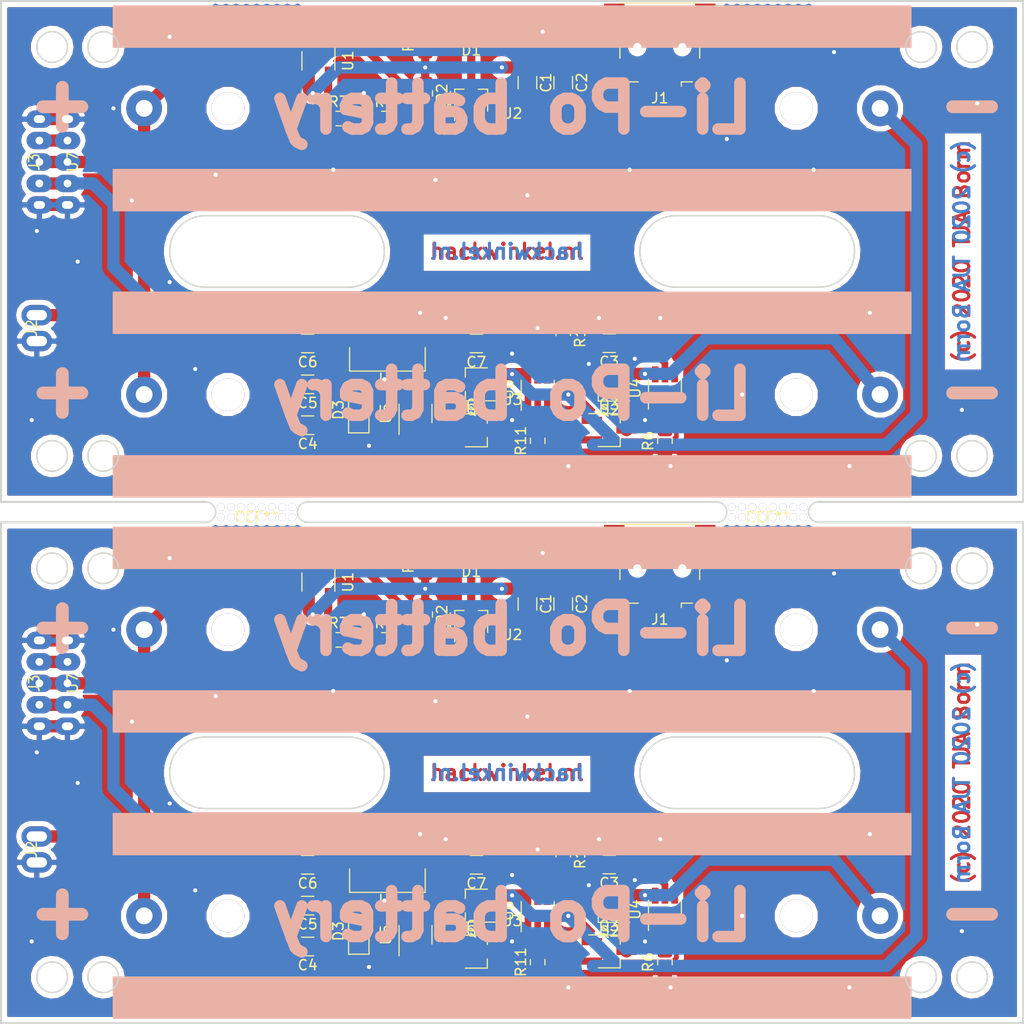
<source format=kicad_pcb>
(kicad_pcb (version 20171130) (host pcbnew 5.0.2+dfsg1-1)
  (layers (0 F.Cu signal) (31 B.Cu signal) (34 B.Paste user) (35 F.Paste user hide) (36 B.SilkS user) (37 F.SilkS user) (38 B.Mask user) (39 F.Mask user) (44 Edge.Cuts user))
  (net 0 "")
  (net 1 GND)
  (net 2 "Net-(C4-Pad1)")
  (net 3 "Net-(C3-Pad2)")
  (net 4 "Net-(C7-Pad2)")
  (net 5 "Net-(C1-Pad1)")
  (net 6 "Net-(J1-Pad2)")
  (net 7 "Net-(J1-Pad3)")
  (net 8 "Net-(J1-Pad4)")
  (net 9 "Net-(R6-Pad2)")
  (net 10 "Net-(R11-Pad2)")
  (net 11 "Net-(C7-Pad1)")
  (net 12 "Net-(R8-Pad2)")
  (net 13 "Net-(R7-Pad2)")
  (net 14 "Net-(C3-Pad1)")
  (net 15 "Net-(R3-Pad2)")
  (net 16 "Net-(R3-Pad1)")
  (net 17 "Net-(D1-Pad2)")
  (net 18 "Net-(D2-Pad1)")
  (net 19 "Net-(Q3-Pad1)")
  (net 20 "Net-(Q2-Pad3)")
  (net 21 "Net-(Q4-Pad3)")
  (net 22 "Net-(Q5-Pad1)")
  (net 23 "Net-(D1-Pad1)")
  (net 24 "Net-(Q4-Pad1)")
  (net 25 "Net-(Q2-Pad1)")
  (net 26 "Net-(U6-Pad4)")
  (net 27 "Net-(U5-Pad6)")
  (net 28 "Net-(D3-Pad2)")
  (net 29 "Net-(U4-Pad4)")
  (net 30 "Net-(J3-Pad2)")
  (net 31 "Net-(J3-Pad3)")
  (net 32 "Net-(J3-Pad4)")
  (module Resistor_SMD:R_0805_2012Metric_Pad1.15x1.40mm_HandSolder (layer F.Cu) (at 137.5 61)
    (fp_text reference R4 (at 0 -1.65) (layer F.SilkS))
    (fp_text value 1k)
    (pad 1 smd roundrect (at -1.025 0) (size 1.15 1.4) (layers F.Cu F.Paste F.Mask) (roundrect_rratio 0.217391))
    (pad 2 smd roundrect (at 1.025 0) (size 1.15 1.4) (layers F.Cu F.Paste F.Mask) (roundrect_rratio 0.217391))
  )
  (module Resistor_SMD:R_0805_2012Metric_Pad1.15x1.40mm_HandSolder (layer F.Cu) (at 133.025 61)
    (fp_text reference R3 (at 0 -1.65) (layer F.SilkS))
    (fp_text value 1k)
    (pad 1 smd roundrect (at -1.025 0) (size 1.15 1.4) (layers F.Cu F.Paste F.Mask) (roundrect_rratio 0.217391))
    (pad 2 smd roundrect (at 1.025 0) (size 1.15 1.4) (layers F.Cu F.Paste F.Mask) (roundrect_rratio 0.217391))
  )
  (module Resistor_SMD:R_0805_2012Metric_Pad1.15x1.40mm_HandSolder (layer F.Cu) (at 141.5 53.525 90)
    (fp_text reference R1 (at 0 -1.65 90) (layer F.SilkS))
    (fp_text value 1k)
    (pad 1 smd roundrect (at -1.025 0 90) (size 1.15 1.4) (layers F.Cu F.Paste F.Mask) (roundrect_rratio 0.217391))
    (pad 2 smd roundrect (at 1.025 0 90) (size 1.15 1.4) (layers F.Cu F.Paste F.Mask) (roundrect_rratio 0.217391))
  )
  (module Resistor_SMD:R_0805_2012Metric_Pad1.15x1.40mm_HandSolder (layer F.Cu) (at 141.5 58.525 270)
    (fp_text reference R2 (at 0 -1.65 270) (layer F.SilkS))
    (fp_text value 10K)
    (pad 1 smd roundrect (at -1.025 0 270) (size 1.15 1.4) (layers F.Cu F.Paste F.Mask) (roundrect_rratio 0.217391))
    (pad 2 smd roundrect (at 1.025 0 270) (size 1.15 1.4) (layers F.Cu F.Paste F.Mask) (roundrect_rratio 0.217391))
  )
  (module Package_TO_SOT_SMD:SOT-23W_Handsoldering (layer F.Cu) (at 146.5 87 180)
    (fp_text reference Q4 (at 0 -2.5 180) (layer F.SilkS))
    (fp_text value QNM)
    (pad 1 smd rect (at -1.7 -0.95 180) (size 2 0.7) (layers F.Cu F.Paste F.Mask))
    (pad 2 smd rect (at -1.7 0.95 180) (size 2 0.7) (layers F.Cu F.Paste F.Mask))
    (pad 3 smd rect (at 1.7 0 180) (size 2 0.7) (layers F.Cu F.Paste F.Mask))
  )
  (module Package_TO_SOT_SMD:SOT-23-6_Handsoldering (layer F.Cu) (at 152.5 87.5 90)
    (fp_text reference U6 (at 0 -2.9 90) (layer F.SilkS))
    (fp_text value fs312)
    (pad 1 smd rect (at -1.35 -0.95 90) (size 1.56 0.65) (layers F.Cu F.Paste F.Mask))
    (pad 2 smd rect (at -1.35 0 90) (size 1.56 0.65) (layers F.Cu F.Paste F.Mask))
    (pad 3 smd rect (at -1.35 0.95 90) (size 1.56 0.65) (layers F.Cu F.Paste F.Mask))
    (pad 4 smd rect (at 1.35 0.95 90) (size 1.56 0.65) (layers F.Cu F.Paste F.Mask))
    (pad 6 smd rect (at 1.35 -0.95 90) (size 1.56 0.65) (layers F.Cu F.Paste F.Mask))
    (pad 5 smd rect (at 1.35 0 90) (size 1.56 0.65) (layers F.Cu F.Paste F.Mask))
  )
  (module Capacitor_SMD:C_1206_3216Metric_Pad1.42x1.75mm_HandSolder (layer F.Cu) (at 137 52.5)
    (fp_text reference D2 (at 0 -1.82) (layer F.SilkS))
    (fp_text value LED)
    (pad 1 smd roundrect (at -1.4875 0) (size 1.425 1.75) (layers F.Cu F.Paste F.Mask) (roundrect_rratio 0.175439))
    (pad 2 smd roundrect (at 1.4875 0) (size 1.425 1.75) (layers F.Cu F.Paste F.Mask) (roundrect_rratio 0.175439))
  )
  (module Capacitor_SMD:C_1206_3216Metric_Pad1.42x1.75mm_HandSolder (layer F.Cu) (at 130 87 180)
    (fp_text reference C5 (at 0 -1.82 180) (layer F.SilkS))
    (fp_text value 10u)
    (pad 1 smd roundrect (at -1.4875 0 180) (size 1.425 1.75) (layers F.Cu F.Paste F.Mask) (roundrect_rratio 0.175439))
    (pad 2 smd roundrect (at 1.4875 0 180) (size 1.425 1.75) (layers F.Cu F.Paste F.Mask) (roundrect_rratio 0.175439))
  )
  (module Resistor_SMD:R_0805_2012Metric_Pad1.15x1.40mm_HandSolder (layer F.Cu) (at 164.950001 92.525 90)
    (fp_text reference R6 (at 0 -1.65 90) (layer F.SilkS))
    (fp_text value 1K)
    (pad 1 smd roundrect (at -1.025 0 90) (size 1.15 1.4) (layers F.Cu F.Paste F.Mask) (roundrect_rratio 0.217391))
    (pad 2 smd roundrect (at 1.025 0 90) (size 1.15 1.4) (layers F.Cu F.Paste F.Mask) (roundrect_rratio 0.217391))
  )
  (module Resistor_SMD:R_0805_2012Metric_Pad1.15x1.40mm_HandSolder (layer F.Cu) (at 155 81.975 270)
    (fp_text reference R12 (at 0 -1.65 270) (layer F.SilkS))
    (fp_text value 0)
    (pad 1 smd roundrect (at -1.025 0 270) (size 1.15 1.4) (layers F.Cu F.Paste F.Mask) (roundrect_rratio 0.217391))
    (pad 2 smd roundrect (at 1.025 0 270) (size 1.15 1.4) (layers F.Cu F.Paste F.Mask) (roundrect_rratio 0.217391))
  )
  (module Resistor_SMD:R_0805_2012Metric_Pad1.15x1.40mm_HandSolder (layer F.Cu) (at 152.5 92.525 90)
    (fp_text reference R11 (at 0 -1.65 90) (layer F.SilkS))
    (fp_text value 1K)
    (pad 1 smd roundrect (at -1.025 0 90) (size 1.15 1.4) (layers F.Cu F.Paste F.Mask) (roundrect_rratio 0.217391))
    (pad 2 smd roundrect (at 1.025 0 90) (size 1.15 1.4) (layers F.Cu F.Paste F.Mask) (roundrect_rratio 0.217391))
  )
  (module Resistor_SMD:R_0805_2012Metric_Pad1.15x1.40mm_HandSolder (layer F.Cu) (at 148 79.525 90)
    (fp_text reference R10 (at 0 -1.65 90) (layer F.SilkS))
    (fp_text value 100)
    (pad 1 smd roundrect (at -1.025 0 90) (size 1.15 1.4) (layers F.Cu F.Paste F.Mask) (roundrect_rratio 0.217391))
    (pad 2 smd roundrect (at 1.025 0 90) (size 1.15 1.4) (layers F.Cu F.Paste F.Mask) (roundrect_rratio 0.217391))
  )
  (module Resistor_SMD:R_0805_2012Metric_Pad1.15x1.40mm_HandSolder (layer F.Cu) (at 132.5 95 180)
    (fp_text reference R9 (at 0 -1.65 180) (layer F.SilkS))
    (fp_text value R)
    (pad 1 smd roundrect (at -1.025 0 180) (size 1.15 1.4) (layers F.Cu F.Paste F.Mask) (roundrect_rratio 0.217391))
    (pad 2 smd roundrect (at 1.025 0 180) (size 1.15 1.4) (layers F.Cu F.Paste F.Mask) (roundrect_rratio 0.217391))
  )
  (module Resistor_SMD:R_0805_2012Metric_Pad1.15x1.40mm_HandSolder (layer F.Cu) (at 137.475 95 180)
    (fp_text reference R8 (at 0 -1.65 180) (layer F.SilkS))
    (fp_text value R)
    (pad 1 smd roundrect (at -1.025 0 180) (size 1.15 1.4) (layers F.Cu F.Paste F.Mask) (roundrect_rratio 0.217391))
    (pad 2 smd roundrect (at 1.025 0 180) (size 1.15 1.4) (layers F.Cu F.Paste F.Mask) (roundrect_rratio 0.217391))
  )
  (module Resistor_SMD:R_0805_2012Metric_Pad1.15x1.40mm_HandSolder (layer F.Cu) (at 144 95 180)
    (fp_text reference R7 (at 0 -1.65 180) (layer F.SilkS))
    (fp_text value 1k)
    (pad 1 smd roundrect (at -1.025 0 180) (size 1.15 1.4) (layers F.Cu F.Paste F.Mask) (roundrect_rratio 0.217391))
    (pad 2 smd roundrect (at 1.025 0 180) (size 1.15 1.4) (layers F.Cu F.Paste F.Mask) (roundrect_rratio 0.217391))
  )
  (module Resistor_SMD:R_0805_2012Metric_Pad1.15x1.40mm_HandSolder (layer F.Cu) (at 161 79.5 90)
    (fp_text reference R5 (at 0 -1.65 90) (layer F.SilkS))
    (fp_text value 100)
    (pad 1 smd roundrect (at -1.025 0 90) (size 1.15 1.4) (layers F.Cu F.Paste F.Mask) (roundrect_rratio 0.217391))
    (pad 2 smd roundrect (at 1.025 0 90) (size 1.15 1.4) (layers F.Cu F.Paste F.Mask) (roundrect_rratio 0.217391))
  )
  (module Capacitor_SMD:C_1206_3216Metric_Pad1.42x1.75mm_HandSolder (layer F.Cu) (at 151.5 57.4875 270)
    (fp_text reference C1 (at 0 -1.82 270) (layer F.SilkS))
    (fp_text value 100n)
    (pad 1 smd roundrect (at -1.4875 0 270) (size 1.425 1.75) (layers F.Cu F.Paste F.Mask) (roundrect_rratio 0.175439))
    (pad 2 smd roundrect (at 1.4875 0 270) (size 1.425 1.75) (layers F.Cu F.Paste F.Mask) (roundrect_rratio 0.175439))
  )
  (module Capacitor_SMD:C_1206_3216Metric_Pad1.42x1.75mm_HandSolder (layer F.Cu) (at 155 57.4875 270)
    (fp_text reference C2 (at 0 -1.82 270) (layer F.SilkS))
    (fp_text value 10u)
    (pad 1 smd roundrect (at -1.4875 0 270) (size 1.425 1.75) (layers F.Cu F.Paste F.Mask) (roundrect_rratio 0.175439))
    (pad 2 smd roundrect (at 1.4875 0 270) (size 1.425 1.75) (layers F.Cu F.Paste F.Mask) (roundrect_rratio 0.175439))
  )
  (module Package_TO_SOT_SMD:SOT-23W_Handsoldering (layer F.Cu) (at 159.5 87.025 180)
    (fp_text reference Q2 (at 0 -2.5 180) (layer F.SilkS))
    (fp_text value QNM)
    (pad 1 smd rect (at -1.7 -0.95 180) (size 2 0.7) (layers F.Cu F.Paste F.Mask))
    (pad 2 smd rect (at -1.7 0.95 180) (size 2 0.7) (layers F.Cu F.Paste F.Mask))
    (pad 3 smd rect (at 1.7 0 180) (size 2 0.7) (layers F.Cu F.Paste F.Mask))
  )
  (module Package_TO_SOT_SMD:SOT-23-6_Handsoldering (layer F.Cu) (at 140.55 89.85 90)
    (fp_text reference U5 (at 0 -2.9 90) (layer F.SilkS))
    (fp_text value MT3608)
    (pad 1 smd rect (at -1.35 -0.95 90) (size 1.56 0.65) (layers F.Cu F.Paste F.Mask))
    (pad 2 smd rect (at -1.35 0 90) (size 1.56 0.65) (layers F.Cu F.Paste F.Mask))
    (pad 3 smd rect (at -1.35 0.95 90) (size 1.56 0.65) (layers F.Cu F.Paste F.Mask))
    (pad 4 smd rect (at 1.35 0.95 90) (size 1.56 0.65) (layers F.Cu F.Paste F.Mask))
    (pad 6 smd rect (at 1.35 -0.95 90) (size 1.56 0.65) (layers F.Cu F.Paste F.Mask))
    (pad 5 smd rect (at 1.35 0 90) (size 1.56 0.65) (layers F.Cu F.Paste F.Mask))
  )
  (module Package_TO_SOT_SMD:SOT-23W_Handsoldering (layer F.Cu) (at 159.5 91.475)
    (fp_text reference Q3 (at 0 -2.5) (layer F.SilkS))
    (fp_text value QNM)
    (pad 1 smd rect (at -1.7 -0.95) (size 2 0.7) (layers F.Cu F.Paste F.Mask))
    (pad 2 smd rect (at -1.7 0.95) (size 2 0.7) (layers F.Cu F.Paste F.Mask))
    (pad 3 smd rect (at 1.7 0) (size 2 0.7) (layers F.Cu F.Paste F.Mask))
  )
  (module Package_TO_SOT_SMD:SOT-23-6_Handsoldering (layer F.Cu) (at 164.950001 87.375001 90)
    (fp_text reference U4 (at 0 -2.9 90) (layer F.SilkS))
    (fp_text value fs312)
    (pad 1 smd rect (at -1.35 -0.95 90) (size 1.56 0.65) (layers F.Cu F.Paste F.Mask))
    (pad 2 smd rect (at -1.35 0 90) (size 1.56 0.65) (layers F.Cu F.Paste F.Mask))
    (pad 3 smd rect (at -1.35 0.95 90) (size 1.56 0.65) (layers F.Cu F.Paste F.Mask))
    (pad 4 smd rect (at 1.35 0.95 90) (size 1.56 0.65) (layers F.Cu F.Paste F.Mask))
    (pad 6 smd rect (at 1.35 -0.95 90) (size 1.56 0.65) (layers F.Cu F.Paste F.Mask))
    (pad 5 smd rect (at 1.35 0 90) (size 1.56 0.65) (layers F.Cu F.Paste F.Mask))
  )
  (module lipo_power:switch (layer F.Cu) (at 103.75 65.25 270)
    (fp_text reference J3 (at 0 0.5 270) (layer F.SilkS))
    (fp_text value Conn_01x05_Male)
    (pad 5 thru_hole oval (at 4.2 0 270) (size 1.7 2.5) (drill oval 0.762 1.1) (layers *.Cu *.Mask))
    (pad 4 thru_hole oval (at 2.1 0 270) (size 1.7 2.5) (drill 0.762) (layers *.Cu *.Mask))
    (pad 3 thru_hole oval (at 0 0 270) (size 1.7 2.5) (drill 0.762) (layers *.Cu *.Mask))
    (pad 2 thru_hole oval (at -2.1 0 270) (size 1.7 2.5) (drill 0.762) (layers *.Cu *.Mask))
    (pad 1 thru_hole oval (at -4.2 0 270) (size 1.7 2.5) (drill oval 0.762 1.1) (layers *.Cu *.Mask))
  )
  (module Capacitor_SMD:C_1206_3216Metric_Pad1.42x1.75mm_HandSolder (layer F.Cu) (at 146.5 83 180)
    (fp_text reference C7 (at 0 -1.82 180) (layer F.SilkS))
    (fp_text value 100n)
    (pad 1 smd roundrect (at -1.4875 0 180) (size 1.425 1.75) (layers F.Cu F.Paste F.Mask) (roundrect_rratio 0.175439))
    (pad 2 smd roundrect (at 1.4875 0 180) (size 1.425 1.75) (layers F.Cu F.Paste F.Mask) (roundrect_rratio 0.175439))
  )
  (module Diode_SMD:D_SOD-123 (layer F.Cu) (at 135 89.5 90)
    (fp_text reference D3 (at 0 -2 90) (layer F.SilkS))
    (fp_text value D_Schottky)
    (pad 1 smd rect (at -1.65 0 90) (size 0.9 1.2) (layers F.Cu F.Paste F.Mask))
    (pad 2 smd rect (at 1.65 0 90) (size 0.9 1.2) (layers F.Cu F.Paste F.Mask))
  )
  (module lipo_power:switch (layer F.Cu) (at 106.5 65.25 90)
    (fp_text reference U7 (at 0 0.5 90) (layer F.SilkS))
    (fp_text value switch)
    (pad 1 thru_hole oval (at -4.2 0 90) (size 1.7 2.5) (drill oval 0.762 1.1) (layers *.Cu *.Mask))
    (pad 2 thru_hole oval (at -2.1 0 90) (size 1.7 2.5) (drill 0.762) (layers *.Cu *.Mask))
    (pad 3 thru_hole oval (at 0 0 90) (size 1.7 2.5) (drill 0.762) (layers *.Cu *.Mask))
    (pad 4 thru_hole oval (at 2.1 0 90) (size 1.7 2.5) (drill 0.762) (layers *.Cu *.Mask))
    (pad 5 thru_hole oval (at 4.2 0 90) (size 1.7 2.5) (drill oval 0.762 1.1) (layers *.Cu *.Mask))
  )
  (module lipo_power:powcon (layer F.Cu) (at 103.5 81.5 270)
    (fp_text reference J2 (at 0 0.5 270) (layer F.SilkS))
    (fp_text value Screw_Terminal_01x02)
    (pad 1 thru_hole oval (at -1.27 0 270) (size 2 3) (drill oval 1 2) (layers *.Cu *.Mask))
    (pad 2 thru_hole oval (at 1.27 0 270) (size 2 3) (drill oval 1 2) (layers *.Cu *.Mask))
  )
  (module lipo_power:li-ion (layer F.Cu) (at 150 88)
    (fp_text reference U3 (at 0 0.5) (layer F.SilkS))
    (fp_text value lipo)
    (fp_text user + (at -44 -0.5) (layer B.SilkS) (effects (font (size 5 5) (thickness 1.25)) (justify mirror)))
    (fp_text user - (at 45 -0.5) (layer B.SilkS) (effects (font (size 5 5) (thickness 1.25)) (justify mirror)))
    (fp_text user "Li-Po battery" (at 0 0) (layer B.SilkS) (effects (font (size 4.5 4.5) (thickness 1.125)) (justify mirror)))
    (pad 1 thru_hole circle (at -36 0) (size 3.5 3.5) (drill 1.65) (layers *.Cu *.Mask))
    (pad 2 thru_hole circle (at 36 0) (size 3.5 3.5) (drill 1.65) (layers *.Cu *.Mask))
    (pad "" thru_hole circle (at -27.8 0) (size 3.2 3.2) (drill 3.2) (layers *.Cu *.Mask))
    (pad "" thru_hole circle (at 27.8 0) (size 3.2 3.2) (drill 3.2) (layers *.Cu *.Mask))
  )
  (module lipo_power:li-ion (layer F.Cu) (at 150 60)
    (fp_text reference U2 (at 0 0.5) (layer F.SilkS))
    (fp_text value lipo)
    (fp_text user + (at -44 -0.5) (layer B.SilkS) (effects (font (size 5 5) (thickness 1.25)) (justify mirror)))
    (fp_text user - (at 45 -0.5) (layer B.SilkS) (effects (font (size 5 5) (thickness 1.25)) (justify mirror)))
    (fp_text user "Li-Po battery" (at 0 0) (layer B.SilkS) (effects (font (size 4.5 4.5) (thickness 1.125)) (justify mirror)))
    (pad 1 thru_hole circle (at -36 0) (size 3.5 3.5) (drill 1.65) (layers *.Cu *.Mask))
    (pad 2 thru_hole circle (at 36 0) (size 3.5 3.5) (drill 1.65) (layers *.Cu *.Mask))
    (pad "" thru_hole circle (at -27.8 0) (size 3.2 3.2) (drill 3.2) (layers *.Cu *.Mask))
    (pad "" thru_hole circle (at 27.8 0) (size 3.2 3.2) (drill 3.2) (layers *.Cu *.Mask))
  )
  (module lipo_power:USB_Mini-B (layer F.Cu) (at 164.45 54 180)
    (fp_text reference J1 (at 0 -5 180) (layer F.SilkS))
    (fp_text value USB_B_Mini)
    (pad 1 smd rect (at -1.6 -3 180) (size 0.5 3.5) (layers F.Cu F.Paste F.Mask))
    (pad 2 smd rect (at -0.8 -3 180) (size 0.5 3.5) (layers F.Cu F.Paste F.Mask))
    (pad 3 smd rect (at 0 -3 180) (size 0.5 3.5) (layers F.Cu F.Paste F.Mask))
    (pad 4 smd rect (at 0.8 -3 180) (size 0.5 3.5) (layers F.Cu F.Paste F.Mask))
    (pad 5 smd rect (at 1.6 -3 180) (size 0.5 3.5) (layers F.Cu F.Paste F.Mask))
    (pad 6 smd rect (at -4.45 -2.5 180) (size 2 2.5) (layers F.Cu F.Paste F.Mask))
    (pad 6 smd rect (at -4.45 3 180) (size 2 2.5) (layers F.Cu F.Paste F.Mask))
    (pad 6 smd rect (at 4.45 -2.5 180) (size 2 2.5) (layers F.Cu F.Paste F.Mask))
    (pad 6 smd rect (at 4.45 3 180) (size 2 2.5) (layers F.Cu F.Paste F.Mask))
    (pad "" np_thru_hole circle (at -2.2 0 180) (size 0.8 0.8) (drill 0.8) (layers *.Cu *.Mask))
    (pad "" np_thru_hole circle (at 2.2 0 180) (size 0.8 0.8) (drill 0.8) (layers *.Cu *.Mask))
  )
  (module Package_TO_SOT_SMD:SOT-23W_Handsoldering (layer F.Cu) (at 146.5 91.5)
    (fp_text reference Q5 (at 0 -2.5) (layer F.SilkS))
    (fp_text value QNM)
    (pad 1 smd rect (at -1.7 -0.95) (size 2 0.7) (layers F.Cu F.Paste F.Mask))
    (pad 2 smd rect (at -1.7 0.95) (size 2 0.7) (layers F.Cu F.Paste F.Mask))
    (pad 3 smd rect (at 1.7 0) (size 2 0.7) (layers F.Cu F.Paste F.Mask))
  )
  (module Package_TO_SOT_SMD:SOT-23W_Handsoldering (layer F.Cu) (at 146 59.2 90)
    (fp_text reference Q1 (at 0 -2.5 90) (layer F.SilkS))
    (fp_text value QNM)
    (pad 1 smd rect (at -1.7 -0.95 90) (size 2 0.7) (layers F.Cu F.Paste F.Mask))
    (pad 2 smd rect (at -1.7 0.95 90) (size 2 0.7) (layers F.Cu F.Paste F.Mask))
    (pad 3 smd rect (at 1.7 0 90) (size 2 0.7) (layers F.Cu F.Paste F.Mask))
  )
  (module Inductor_SMD:L_7.3x7.3_H3.5 (layer F.Cu) (at 137.8 82 180)
    (fp_text reference L1 (at 0 -4.45 180) (layer F.SilkS))
    (fp_text value 22uH)
    (pad 1 smd rect (at -3.2 0 180) (size 1.5 2.2) (layers F.Cu F.Paste F.Mask))
    (pad 2 smd rect (at 3.2 0 180) (size 1.5 2.2) (layers F.Cu F.Paste F.Mask))
  )
  (module Capacitor_SMD:C_1206_3216Metric_Pad1.42x1.75mm_HandSolder (layer F.Cu) (at 146 52.5 180)
    (fp_text reference D1 (at 0 -1.82 180) (layer F.SilkS))
    (fp_text value LED)
    (pad 1 smd roundrect (at -1.4875 0 180) (size 1.425 1.75) (layers F.Cu F.Paste F.Mask) (roundrect_rratio 0.175439))
    (pad 2 smd roundrect (at 1.4875 0 180) (size 1.425 1.75) (layers F.Cu F.Paste F.Mask) (roundrect_rratio 0.175439))
  )
  (module Capacitor_SMD:C_1206_3216Metric_Pad1.42x1.75mm_HandSolder (layer F.Cu) (at 130 91 180)
    (fp_text reference C4 (at 0 -1.82 180) (layer F.SilkS))
    (fp_text value 10u)
    (pad 1 smd roundrect (at -1.4875 0 180) (size 1.425 1.75) (layers F.Cu F.Paste F.Mask) (roundrect_rratio 0.175439))
    (pad 2 smd roundrect (at 1.4875 0 180) (size 1.425 1.75) (layers F.Cu F.Paste F.Mask) (roundrect_rratio 0.175439))
  )
  (module Capacitor_SMD:C_1206_3216Metric_Pad1.42x1.75mm_HandSolder (layer F.Cu) (at 130 83 180)
    (fp_text reference C6 (at 0 -1.82 180) (layer F.SilkS))
    (fp_text value 100n)
    (pad 1 smd roundrect (at -1.4875 0 180) (size 1.425 1.75) (layers F.Cu F.Paste F.Mask) (roundrect_rratio 0.175439))
    (pad 2 smd roundrect (at 1.4875 0 180) (size 1.425 1.75) (layers F.Cu F.Paste F.Mask) (roundrect_rratio 0.175439))
  )
  (module Capacitor_SMD:C_1206_3216Metric_Pad1.42x1.75mm_HandSolder (layer F.Cu) (at 159.5 82.975 180)
    (fp_text reference C3 (at 0 -1.82 180) (layer F.SilkS))
    (fp_text value 100n)
    (pad 1 smd roundrect (at -1.4875 0 180) (size 1.425 1.75) (layers F.Cu F.Paste F.Mask) (roundrect_rratio 0.175439))
    (pad 2 smd roundrect (at 1.4875 0 180) (size 1.425 1.75) (layers F.Cu F.Paste F.Mask) (roundrect_rratio 0.175439))
  )
  (module Package_TO_SOT_SMD:SOT-23-5_HandSoldering (layer F.Cu) (at 131.05 55.35 270)
    (fp_text reference U1 (at 0 -2.9 270) (layer F.SilkS))
    (fp_text value tp4054)
    (pad 1 smd rect (at -1.35 -0.95 270) (size 1.56 0.65) (layers F.Cu F.Paste F.Mask))
    (pad 2 smd rect (at -1.35 0 270) (size 1.56 0.65) (layers F.Cu F.Paste F.Mask))
    (pad 3 smd rect (at -1.35 0.95 270) (size 1.56 0.65) (layers F.Cu F.Paste F.Mask))
    (pad 4 smd rect (at 1.35 0.95 270) (size 1.56 0.65) (layers F.Cu F.Paste F.Mask))
    (pad 5 smd rect (at 1.35 -0.95 270) (size 1.56 0.65) (layers F.Cu F.Paste F.Mask))
  )
  (module lipo_power:switch (layer F.Cu) (at 103.75 116.25 270)
    (fp_text reference J3 (at 0 0.5 270) (layer F.SilkS))
    (fp_text value Conn_01x05_Male)
    (pad 1 thru_hole oval (at -4.2 0 270) (size 1.7 2.5) (drill oval 0.762 1.1) (layers *.Cu *.Mask) (net 1 GND))
    (pad 2 thru_hole oval (at -2.1 0 270) (size 1.7 2.5) (drill 0.762) (layers *.Cu *.Mask) (net 30 "Net-(J3-Pad2)"))
    (pad 3 thru_hole oval (at 0 0 270) (size 1.7 2.5) (drill 0.762) (layers *.Cu *.Mask) (net 31 "Net-(J3-Pad3)"))
    (pad 4 thru_hole oval (at 2.1 0 270) (size 1.7 2.5) (drill 0.762) (layers *.Cu *.Mask) (net 32 "Net-(J3-Pad4)"))
    (pad 5 thru_hole oval (at 4.2 0 270) (size 1.7 2.5) (drill oval 0.762 1.1) (layers *.Cu *.Mask) (net 1 GND))
  )
  (module Capacitor_SMD:C_1206_3216Metric_Pad1.42x1.75mm_HandSolder (layer F.Cu) (at 146.5 134 180)
    (fp_text reference C7 (at 0 -1.82 180) (layer F.SilkS))
    (fp_text value 100n)
    (pad 2 smd roundrect (at 1.4875 0 180) (size 1.425 1.75) (layers F.Cu F.Paste F.Mask) (roundrect_rratio 0.175439) (net 4 "Net-(C7-Pad2)"))
    (pad 1 smd roundrect (at -1.4875 0 180) (size 1.425 1.75) (layers F.Cu F.Paste F.Mask) (roundrect_rratio 0.175439) (net 11 "Net-(C7-Pad1)"))
  )
  (module Capacitor_SMD:C_1206_3216Metric_Pad1.42x1.75mm_HandSolder (layer F.Cu) (at 155 108.4875 270)
    (fp_text reference C2 (at 0 -1.82 270) (layer F.SilkS))
    (fp_text value 10u)
    (pad 2 smd roundrect (at 1.4875 0 270) (size 1.425 1.75) (layers F.Cu F.Paste F.Mask) (roundrect_rratio 0.175439) (net 1 GND))
    (pad 1 smd roundrect (at -1.4875 0 270) (size 1.425 1.75) (layers F.Cu F.Paste F.Mask) (roundrect_rratio 0.175439) (net 5 "Net-(C1-Pad1)"))
  )
  (module Capacitor_SMD:C_1206_3216Metric_Pad1.42x1.75mm_HandSolder (layer F.Cu) (at 159.5 133.975 180)
    (fp_text reference C3 (at 0 -1.82 180) (layer F.SilkS))
    (fp_text value 100n)
    (pad 2 smd roundrect (at 1.4875 0 180) (size 1.425 1.75) (layers F.Cu F.Paste F.Mask) (roundrect_rratio 0.175439) (net 3 "Net-(C3-Pad2)"))
    (pad 1 smd roundrect (at -1.4875 0 180) (size 1.425 1.75) (layers F.Cu F.Paste F.Mask) (roundrect_rratio 0.175439) (net 14 "Net-(C3-Pad1)"))
  )
  (module Capacitor_SMD:C_1206_3216Metric_Pad1.42x1.75mm_HandSolder (layer F.Cu) (at 130 142 180)
    (fp_text reference C4 (at 0 -1.82 180) (layer F.SilkS))
    (fp_text value 10u)
    (pad 2 smd roundrect (at 1.4875 0 180) (size 1.425 1.75) (layers F.Cu F.Paste F.Mask) (roundrect_rratio 0.175439) (net 1 GND))
    (pad 1 smd roundrect (at -1.4875 0 180) (size 1.425 1.75) (layers F.Cu F.Paste F.Mask) (roundrect_rratio 0.175439) (net 2 "Net-(C4-Pad1)"))
  )
  (module Capacitor_SMD:C_1206_3216Metric_Pad1.42x1.75mm_HandSolder (layer F.Cu) (at 130 138 180)
    (fp_text reference C5 (at 0 -1.82 180) (layer F.SilkS))
    (fp_text value 10u)
    (pad 2 smd roundrect (at 1.4875 0 180) (size 1.425 1.75) (layers F.Cu F.Paste F.Mask) (roundrect_rratio 0.175439) (net 1 GND))
    (pad 1 smd roundrect (at -1.4875 0 180) (size 1.425 1.75) (layers F.Cu F.Paste F.Mask) (roundrect_rratio 0.175439) (net 2 "Net-(C4-Pad1)"))
  )
  (module Capacitor_SMD:C_1206_3216Metric_Pad1.42x1.75mm_HandSolder (layer F.Cu) (at 130 134 180)
    (fp_text reference C6 (at 0 -1.82 180) (layer F.SilkS))
    (fp_text value 100n)
    (pad 2 smd roundrect (at 1.4875 0 180) (size 1.425 1.75) (layers F.Cu F.Paste F.Mask) (roundrect_rratio 0.175439) (net 1 GND))
    (pad 1 smd roundrect (at -1.4875 0 180) (size 1.425 1.75) (layers F.Cu F.Paste F.Mask) (roundrect_rratio 0.175439) (net 2 "Net-(C4-Pad1)"))
  )
  (module Capacitor_SMD:C_1206_3216Metric_Pad1.42x1.75mm_HandSolder (layer F.Cu) (at 146 103.5 180)
    (fp_text reference D1 (at 0 -1.82 180) (layer F.SilkS))
    (fp_text value LED)
    (pad 2 smd roundrect (at 1.4875 0 180) (size 1.425 1.75) (layers F.Cu F.Paste F.Mask) (roundrect_rratio 0.175439) (net 17 "Net-(D1-Pad2)"))
    (pad 1 smd roundrect (at -1.4875 0 180) (size 1.425 1.75) (layers F.Cu F.Paste F.Mask) (roundrect_rratio 0.175439) (net 23 "Net-(D1-Pad1)"))
  )
  (module Capacitor_SMD:C_1206_3216Metric_Pad1.42x1.75mm_HandSolder (layer F.Cu) (at 137 103.5)
    (fp_text reference D2 (at 0 -1.82) (layer F.SilkS))
    (fp_text value LED)
    (pad 2 smd roundrect (at 1.4875 0) (size 1.425 1.75) (layers F.Cu F.Paste F.Mask) (roundrect_rratio 0.175439) (net 17 "Net-(D1-Pad2)"))
    (pad 1 smd roundrect (at -1.4875 0) (size 1.425 1.75) (layers F.Cu F.Paste F.Mask) (roundrect_rratio 0.175439) (net 18 "Net-(D2-Pad1)"))
  )
  (module Capacitor_SMD:C_1206_3216Metric_Pad1.42x1.75mm_HandSolder (layer F.Cu) (at 151.5 108.4875 270)
    (fp_text reference C1 (at 0 -1.82 270) (layer F.SilkS))
    (fp_text value 100n)
    (pad 2 smd roundrect (at 1.4875 0 270) (size 1.425 1.75) (layers F.Cu F.Paste F.Mask) (roundrect_rratio 0.175439) (net 1 GND))
    (pad 1 smd roundrect (at -1.4875 0 270) (size 1.425 1.75) (layers F.Cu F.Paste F.Mask) (roundrect_rratio 0.175439) (net 5 "Net-(C1-Pad1)"))
  )
  (module Diode_SMD:D_SOD-123 (layer F.Cu) (at 135 140.5 90)
    (fp_text reference D3 (at 0 -2 90) (layer F.SilkS))
    (fp_text value D_Schottky)
    (pad 2 smd rect (at 1.65 0 90) (size 0.9 1.2) (layers F.Cu F.Paste F.Mask) (net 28 "Net-(D3-Pad2)"))
    (pad 1 smd rect (at -1.65 0 90) (size 0.9 1.2) (layers F.Cu F.Paste F.Mask) (net 2 "Net-(C4-Pad1)"))
  )
  (module Inductor_SMD:L_7.3x7.3_H3.5 (layer F.Cu) (at 137.8 133 180)
    (fp_text reference L1 (at 0 -4.45 180) (layer F.SilkS))
    (fp_text value 22uH)
    (pad 2 smd rect (at 3.2 0 180) (size 1.5 2.2) (layers F.Cu F.Paste F.Mask) (net 28 "Net-(D3-Pad2)"))
    (pad 1 smd rect (at -3.2 0 180) (size 1.5 2.2) (layers F.Cu F.Paste F.Mask) (net 32 "Net-(J3-Pad4)"))
  )
  (module Package_TO_SOT_SMD:SOT-23-5_HandSoldering (layer F.Cu) (at 131.05 106.35 270)
    (fp_text reference U1 (at 0 -2.9 270) (layer F.SilkS))
    (fp_text value tp4054)
    (pad 5 smd rect (at 1.35 -0.95 270) (size 1.56 0.65) (layers F.Cu F.Paste F.Mask) (net 16 "Net-(R3-Pad1)"))
    (pad 4 smd rect (at 1.35 0.95 270) (size 1.56 0.65) (layers F.Cu F.Paste F.Mask) (net 5 "Net-(C1-Pad1)"))
    (pad 3 smd rect (at -1.35 0.95 270) (size 1.56 0.65) (layers F.Cu F.Paste F.Mask) (net 31 "Net-(J3-Pad3)"))
    (pad 2 smd rect (at -1.35 0 270) (size 1.56 0.65) (layers F.Cu F.Paste F.Mask) (net 1 GND))
    (pad 1 smd rect (at -1.35 -0.95 270) (size 1.56 0.65) (layers F.Cu F.Paste F.Mask) (net 18 "Net-(D2-Pad1)"))
  )
  (module Package_TO_SOT_SMD:SOT-23-6_Handsoldering (layer F.Cu) (at 164.950001 138.375001 90)
    (fp_text reference U4 (at 0 -2.9 90) (layer F.SilkS))
    (fp_text value fs312)
    (pad 5 smd rect (at 1.35 0 90) (size 1.56 0.65) (layers F.Cu F.Paste F.Mask) (net 14 "Net-(C3-Pad1)"))
    (pad 6 smd rect (at 1.35 -0.95 90) (size 1.56 0.65) (layers F.Cu F.Paste F.Mask) (net 3 "Net-(C3-Pad2)"))
    (pad 4 smd rect (at 1.35 0.95 90) (size 1.56 0.65) (layers F.Cu F.Paste F.Mask) (net 29 "Net-(U4-Pad4)"))
    (pad 3 smd rect (at -1.35 0.95 90) (size 1.56 0.65) (layers F.Cu F.Paste F.Mask) (net 19 "Net-(Q3-Pad1)"))
    (pad 2 smd rect (at -1.35 0 90) (size 1.56 0.65) (layers F.Cu F.Paste F.Mask) (net 9 "Net-(R6-Pad2)"))
    (pad 1 smd rect (at -1.35 -0.95 90) (size 1.56 0.65) (layers F.Cu F.Paste F.Mask) (net 25 "Net-(Q2-Pad1)"))
  )
  (module Package_TO_SOT_SMD:SOT-23-6_Handsoldering (layer F.Cu) (at 140.55 140.85 90)
    (fp_text reference U5 (at 0 -2.9 90) (layer F.SilkS))
    (fp_text value MT3608)
    (pad 5 smd rect (at 1.35 0 90) (size 1.56 0.65) (layers F.Cu F.Paste F.Mask) (net 32 "Net-(J3-Pad4)"))
    (pad 6 smd rect (at 1.35 -0.95 90) (size 1.56 0.65) (layers F.Cu F.Paste F.Mask) (net 27 "Net-(U5-Pad6)"))
    (pad 4 smd rect (at 1.35 0.95 90) (size 1.56 0.65) (layers F.Cu F.Paste F.Mask) (net 32 "Net-(J3-Pad4)"))
    (pad 3 smd rect (at -1.35 0.95 90) (size 1.56 0.65) (layers F.Cu F.Paste F.Mask) (net 13 "Net-(R7-Pad2)"))
    (pad 2 smd rect (at -1.35 0 90) (size 1.56 0.65) (layers F.Cu F.Paste F.Mask) (net 1 GND))
    (pad 1 smd rect (at -1.35 -0.95 90) (size 1.56 0.65) (layers F.Cu F.Paste F.Mask) (net 28 "Net-(D3-Pad2)"))
  )
  (module Package_TO_SOT_SMD:SOT-23-6_Handsoldering (layer F.Cu) (at 152.5 138.5 90)
    (fp_text reference U6 (at 0 -2.9 90) (layer F.SilkS))
    (fp_text value fs312)
    (pad 5 smd rect (at 1.35 0 90) (size 1.56 0.65) (layers F.Cu F.Paste F.Mask) (net 11 "Net-(C7-Pad1)"))
    (pad 6 smd rect (at 1.35 -0.95 90) (size 1.56 0.65) (layers F.Cu F.Paste F.Mask) (net 4 "Net-(C7-Pad2)"))
    (pad 4 smd rect (at 1.35 0.95 90) (size 1.56 0.65) (layers F.Cu F.Paste F.Mask) (net 26 "Net-(U6-Pad4)"))
    (pad 3 smd rect (at -1.35 0.95 90) (size 1.56 0.65) (layers F.Cu F.Paste F.Mask) (net 22 "Net-(Q5-Pad1)"))
    (pad 2 smd rect (at -1.35 0 90) (size 1.56 0.65) (layers F.Cu F.Paste F.Mask) (net 10 "Net-(R11-Pad2)"))
    (pad 1 smd rect (at -1.35 -0.95 90) (size 1.56 0.65) (layers F.Cu F.Paste F.Mask) (net 24 "Net-(Q4-Pad1)"))
  )
  (module Package_TO_SOT_SMD:SOT-23W_Handsoldering (layer F.Cu) (at 159.5 138.025 180)
    (fp_text reference Q2 (at 0 -2.5 180) (layer F.SilkS))
    (fp_text value QNM)
    (pad 3 smd rect (at 1.7 0 180) (size 2 0.7) (layers F.Cu F.Paste F.Mask) (net 20 "Net-(Q2-Pad3)"))
    (pad 2 smd rect (at -1.7 0.95 180) (size 2 0.7) (layers F.Cu F.Paste F.Mask) (net 3 "Net-(C3-Pad2)"))
    (pad 1 smd rect (at -1.7 -0.95 180) (size 2 0.7) (layers F.Cu F.Paste F.Mask) (net 25 "Net-(Q2-Pad1)"))
  )
  (module Package_TO_SOT_SMD:SOT-23W_Handsoldering (layer F.Cu) (at 146.5 138 180)
    (fp_text reference Q4 (at 0 -2.5 180) (layer F.SilkS))
    (fp_text value QNM)
    (pad 3 smd rect (at 1.7 0 180) (size 2 0.7) (layers F.Cu F.Paste F.Mask) (net 21 "Net-(Q4-Pad3)"))
    (pad 2 smd rect (at -1.7 0.95 180) (size 2 0.7) (layers F.Cu F.Paste F.Mask) (net 4 "Net-(C7-Pad2)"))
    (pad 1 smd rect (at -1.7 -0.95 180) (size 2 0.7) (layers F.Cu F.Paste F.Mask) (net 24 "Net-(Q4-Pad1)"))
  )
  (module Package_TO_SOT_SMD:SOT-23W_Handsoldering (layer F.Cu) (at 146 110.2 90)
    (fp_text reference Q1 (at 0 -2.5 90) (layer F.SilkS))
    (fp_text value QNM)
    (pad 3 smd rect (at 1.7 0 90) (size 2 0.7) (layers F.Cu F.Paste F.Mask) (net 23 "Net-(D1-Pad1)"))
    (pad 2 smd rect (at -1.7 0.95 90) (size 2 0.7) (layers F.Cu F.Paste F.Mask) (net 1 GND))
    (pad 1 smd rect (at -1.7 -0.95 90) (size 2 0.7) (layers F.Cu F.Paste F.Mask) (net 18 "Net-(D2-Pad1)"))
  )
  (module Package_TO_SOT_SMD:SOT-23W_Handsoldering (layer F.Cu) (at 146.5 142.5)
    (fp_text reference Q5 (at 0 -2.5) (layer F.SilkS))
    (fp_text value QNM)
    (pad 3 smd rect (at 1.7 0) (size 2 0.7) (layers F.Cu F.Paste F.Mask) (net 21 "Net-(Q4-Pad3)"))
    (pad 2 smd rect (at -1.7 0.95) (size 2 0.7) (layers F.Cu F.Paste F.Mask) (net 1 GND))
    (pad 1 smd rect (at -1.7 -0.95) (size 2 0.7) (layers F.Cu F.Paste F.Mask) (net 22 "Net-(Q5-Pad1)"))
  )
  (module Package_TO_SOT_SMD:SOT-23W_Handsoldering (layer F.Cu) (at 159.5 142.475)
    (fp_text reference Q3 (at 0 -2.5) (layer F.SilkS))
    (fp_text value QNM)
    (pad 3 smd rect (at 1.7 0) (size 2 0.7) (layers F.Cu F.Paste F.Mask) (net 20 "Net-(Q2-Pad3)"))
    (pad 2 smd rect (at -1.7 0.95) (size 2 0.7) (layers F.Cu F.Paste F.Mask) (net 1 GND))
    (pad 1 smd rect (at -1.7 -0.95) (size 2 0.7) (layers F.Cu F.Paste F.Mask) (net 19 "Net-(Q3-Pad1)"))
  )
  (module Resistor_SMD:R_0805_2012Metric_Pad1.15x1.40mm_HandSolder (layer F.Cu) (at 141.5 109.525 270)
    (fp_text reference R2 (at 0 -1.65 270) (layer F.SilkS))
    (fp_text value 10K)
    (pad 2 smd roundrect (at 1.025 0 270) (size 1.15 1.4) (layers F.Cu F.Paste F.Mask) (roundrect_rratio 0.217391) (net 18 "Net-(D2-Pad1)"))
    (pad 1 smd roundrect (at -1.025 0 270) (size 1.15 1.4) (layers F.Cu F.Paste F.Mask) (roundrect_rratio 0.217391) (net 5 "Net-(C1-Pad1)"))
  )
  (module Resistor_SMD:R_0805_2012Metric_Pad1.15x1.40mm_HandSolder (layer F.Cu) (at 141.5 104.525 90)
    (fp_text reference R1 (at 0 -1.65 90) (layer F.SilkS))
    (fp_text value 1k)
    (pad 2 smd roundrect (at 1.025 0 90) (size 1.15 1.4) (layers F.Cu F.Paste F.Mask) (roundrect_rratio 0.217391) (net 17 "Net-(D1-Pad2)"))
    (pad 1 smd roundrect (at -1.025 0 90) (size 1.15 1.4) (layers F.Cu F.Paste F.Mask) (roundrect_rratio 0.217391) (net 5 "Net-(C1-Pad1)"))
  )
  (module Resistor_SMD:R_0805_2012Metric_Pad1.15x1.40mm_HandSolder (layer F.Cu) (at 133.025 112)
    (fp_text reference R3 (at 0 -1.65) (layer F.SilkS))
    (fp_text value 1k)
    (pad 2 smd roundrect (at 1.025 0) (size 1.15 1.4) (layers F.Cu F.Paste F.Mask) (roundrect_rratio 0.217391) (net 15 "Net-(R3-Pad2)"))
    (pad 1 smd roundrect (at -1.025 0) (size 1.15 1.4) (layers F.Cu F.Paste F.Mask) (roundrect_rratio 0.217391) (net 16 "Net-(R3-Pad1)"))
  )
  (module Resistor_SMD:R_0805_2012Metric_Pad1.15x1.40mm_HandSolder (layer F.Cu) (at 137.5 112)
    (fp_text reference R4 (at 0 -1.65) (layer F.SilkS))
    (fp_text value 1k)
    (pad 2 smd roundrect (at 1.025 0) (size 1.15 1.4) (layers F.Cu F.Paste F.Mask) (roundrect_rratio 0.217391) (net 1 GND))
    (pad 1 smd roundrect (at -1.025 0) (size 1.15 1.4) (layers F.Cu F.Paste F.Mask) (roundrect_rratio 0.217391) (net 15 "Net-(R3-Pad2)"))
  )
  (module Resistor_SMD:R_0805_2012Metric_Pad1.15x1.40mm_HandSolder (layer F.Cu) (at 161 130.5 90)
    (fp_text reference R5 (at 0 -1.65 90) (layer F.SilkS))
    (fp_text value 100)
    (pad 2 smd roundrect (at 1.025 0 90) (size 1.15 1.4) (layers F.Cu F.Paste F.Mask) (roundrect_rratio 0.217391) (net 31 "Net-(J3-Pad3)"))
    (pad 1 smd roundrect (at -1.025 0 90) (size 1.15 1.4) (layers F.Cu F.Paste F.Mask) (roundrect_rratio 0.217391) (net 14 "Net-(C3-Pad1)"))
  )
  (module Resistor_SMD:R_0805_2012Metric_Pad1.15x1.40mm_HandSolder (layer F.Cu) (at 144 146 180)
    (fp_text reference R7 (at 0 -1.65 180) (layer F.SilkS))
    (fp_text value 1k)
    (pad 2 smd roundrect (at 1.025 0 180) (size 1.15 1.4) (layers F.Cu F.Paste F.Mask) (roundrect_rratio 0.217391) (net 13 "Net-(R7-Pad2)"))
    (pad 1 smd roundrect (at -1.025 0 180) (size 1.15 1.4) (layers F.Cu F.Paste F.Mask) (roundrect_rratio 0.217391) (net 1 GND))
  )
  (module Resistor_SMD:R_0805_2012Metric_Pad1.15x1.40mm_HandSolder (layer F.Cu) (at 137.475 146 180)
    (fp_text reference R8 (at 0 -1.65 180) (layer F.SilkS))
    (fp_text value R)
    (pad 2 smd roundrect (at 1.025 0 180) (size 1.15 1.4) (layers F.Cu F.Paste F.Mask) (roundrect_rratio 0.217391) (net 12 "Net-(R8-Pad2)"))
    (pad 1 smd roundrect (at -1.025 0 180) (size 1.15 1.4) (layers F.Cu F.Paste F.Mask) (roundrect_rratio 0.217391) (net 13 "Net-(R7-Pad2)"))
  )
  (module Resistor_SMD:R_0805_2012Metric_Pad1.15x1.40mm_HandSolder (layer F.Cu) (at 132.5 146 180)
    (fp_text reference R9 (at 0 -1.65 180) (layer F.SilkS))
    (fp_text value R)
    (pad 2 smd roundrect (at 1.025 0 180) (size 1.15 1.4) (layers F.Cu F.Paste F.Mask) (roundrect_rratio 0.217391) (net 2 "Net-(C4-Pad1)"))
    (pad 1 smd roundrect (at -1.025 0 180) (size 1.15 1.4) (layers F.Cu F.Paste F.Mask) (roundrect_rratio 0.217391) (net 12 "Net-(R8-Pad2)"))
  )
  (module Resistor_SMD:R_0805_2012Metric_Pad1.15x1.40mm_HandSolder (layer F.Cu) (at 148 130.525 90)
    (fp_text reference R10 (at 0 -1.65 90) (layer F.SilkS))
    (fp_text value 100)
    (pad 2 smd roundrect (at 1.025 0 90) (size 1.15 1.4) (layers F.Cu F.Paste F.Mask) (roundrect_rratio 0.217391) (net 31 "Net-(J3-Pad3)"))
    (pad 1 smd roundrect (at -1.025 0 90) (size 1.15 1.4) (layers F.Cu F.Paste F.Mask) (roundrect_rratio 0.217391) (net 11 "Net-(C7-Pad1)"))
  )
  (module Resistor_SMD:R_0805_2012Metric_Pad1.15x1.40mm_HandSolder (layer F.Cu) (at 152.5 143.525 90)
    (fp_text reference R11 (at 0 -1.65 90) (layer F.SilkS))
    (fp_text value 1K)
    (pad 2 smd roundrect (at 1.025 0 90) (size 1.15 1.4) (layers F.Cu F.Paste F.Mask) (roundrect_rratio 0.217391) (net 10 "Net-(R11-Pad2)"))
    (pad 1 smd roundrect (at -1.025 0 90) (size 1.15 1.4) (layers F.Cu F.Paste F.Mask) (roundrect_rratio 0.217391) (net 1 GND))
  )
  (module Resistor_SMD:R_0805_2012Metric_Pad1.15x1.40mm_HandSolder (layer F.Cu) (at 155 132.975 270)
    (fp_text reference R12 (at 0 -1.65 270) (layer F.SilkS))
    (fp_text value 0)
    (pad 2 smd roundrect (at 1.025 0 270) (size 1.15 1.4) (layers F.Cu F.Paste F.Mask) (roundrect_rratio 0.217391) (net 4 "Net-(C7-Pad2)"))
    (pad 1 smd roundrect (at -1.025 0 270) (size 1.15 1.4) (layers F.Cu F.Paste F.Mask) (roundrect_rratio 0.217391) (net 3 "Net-(C3-Pad2)"))
  )
  (module Resistor_SMD:R_0805_2012Metric_Pad1.15x1.40mm_HandSolder (layer F.Cu) (at 164.950001 143.525 90)
    (fp_text reference R6 (at 0 -1.65 90) (layer F.SilkS))
    (fp_text value 1K)
    (pad 2 smd roundrect (at 1.025 0 90) (size 1.15 1.4) (layers F.Cu F.Paste F.Mask) (roundrect_rratio 0.217391) (net 9 "Net-(R6-Pad2)"))
    (pad 1 smd roundrect (at -1.025 0 90) (size 1.15 1.4) (layers F.Cu F.Paste F.Mask) (roundrect_rratio 0.217391) (net 1 GND))
  )
  (module lipo_power:USB_Mini-B (layer F.Cu) (at 164.45 105 180)
    (fp_text reference J1 (at 0 -5 180) (layer F.SilkS))
    (fp_text value USB_B_Mini)
    (pad "" np_thru_hole circle (at 2.2 0 180) (size 0.8 0.8) (drill 0.8) (layers *.Cu *.Mask))
    (pad "" np_thru_hole circle (at -2.2 0 180) (size 0.8 0.8) (drill 0.8) (layers *.Cu *.Mask))
    (pad 6 smd rect (at 4.45 3 180) (size 2 2.5) (layers F.Cu F.Paste F.Mask) (net 1 GND))
    (pad 6 smd rect (at 4.45 -2.5 180) (size 2 2.5) (layers F.Cu F.Paste F.Mask) (net 1 GND))
    (pad 6 smd rect (at -4.45 3 180) (size 2 2.5) (layers F.Cu F.Paste F.Mask) (net 1 GND))
    (pad 6 smd rect (at -4.45 -2.5 180) (size 2 2.5) (layers F.Cu F.Paste F.Mask) (net 1 GND))
    (pad 5 smd rect (at 1.6 -3 180) (size 0.5 3.5) (layers F.Cu F.Paste F.Mask) (net 1 GND))
    (pad 4 smd rect (at 0.8 -3 180) (size 0.5 3.5) (layers F.Cu F.Paste F.Mask) (net 8 "Net-(J1-Pad4)"))
    (pad 3 smd rect (at 0 -3 180) (size 0.5 3.5) (layers F.Cu F.Paste F.Mask) (net 7 "Net-(J1-Pad3)"))
    (pad 2 smd rect (at -0.8 -3 180) (size 0.5 3.5) (layers F.Cu F.Paste F.Mask) (net 6 "Net-(J1-Pad2)"))
    (pad 1 smd rect (at -1.6 -3 180) (size 0.5 3.5) (layers F.Cu F.Paste F.Mask) (net 5 "Net-(C1-Pad1)"))
  )
  (module lipo_power:li-ion (layer F.Cu) (at 150 111)
    (fp_text reference U2 (at 0 0.5) (layer F.SilkS))
    (fp_text value lipo)
    (fp_text user "Li-Po battery" (at 0 0) (layer B.SilkS) (effects (font (size 4.5 4.5) (thickness 1.125)) (justify mirror)))
    (fp_text user - (at 45 -0.5) (layer B.SilkS) (effects (font (size 5 5) (thickness 1.25)) (justify mirror)))
    (fp_text user + (at -44 -0.5) (layer B.SilkS) (effects (font (size 5 5) (thickness 1.25)) (justify mirror)))
    (pad "" thru_hole circle (at 27.8 0) (size 3.2 3.2) (drill 3.2) (layers *.Cu *.Mask))
    (pad "" thru_hole circle (at -27.8 0) (size 3.2 3.2) (drill 3.2) (layers *.Cu *.Mask))
    (pad 2 thru_hole circle (at 36 0) (size 3.5 3.5) (drill 1.65) (layers *.Cu *.Mask) (net 4 "Net-(C7-Pad2)"))
    (pad 1 thru_hole circle (at -36 0) (size 3.5 3.5) (drill 1.65) (layers *.Cu *.Mask) (net 31 "Net-(J3-Pad3)"))
  )
  (module lipo_power:li-ion (layer F.Cu) (at 150 139)
    (fp_text reference U3 (at 0 0.5) (layer F.SilkS))
    (fp_text value lipo)
    (fp_text user "Li-Po battery" (at 0 0) (layer B.SilkS) (effects (font (size 4.5 4.5) (thickness 1.125)) (justify mirror)))
    (fp_text user - (at 45 -0.5) (layer B.SilkS) (effects (font (size 5 5) (thickness 1.25)) (justify mirror)))
    (fp_text user + (at -44 -0.5) (layer B.SilkS) (effects (font (size 5 5) (thickness 1.25)) (justify mirror)))
    (pad "" thru_hole circle (at 27.8 0) (size 3.2 3.2) (drill 3.2) (layers *.Cu *.Mask))
    (pad "" thru_hole circle (at -27.8 0) (size 3.2 3.2) (drill 3.2) (layers *.Cu *.Mask))
    (pad 2 thru_hole circle (at 36 0) (size 3.5 3.5) (drill 1.65) (layers *.Cu *.Mask) (net 3 "Net-(C3-Pad2)"))
    (pad 1 thru_hole circle (at -36 0) (size 3.5 3.5) (drill 1.65) (layers *.Cu *.Mask) (net 31 "Net-(J3-Pad3)"))
  )
  (module lipo_power:powcon (layer F.Cu) (at 103.5 132.5 270)
    (fp_text reference J2 (at 0 0.5 270) (layer F.SilkS))
    (fp_text value Screw_Terminal_01x02)
    (pad 2 thru_hole oval (at 1.27 0 270) (size 2 3) (drill oval 1 2) (layers *.Cu *.Mask) (net 1 GND))
    (pad 1 thru_hole oval (at -1.27 0 270) (size 2 3) (drill oval 1 2) (layers *.Cu *.Mask) (net 2 "Net-(C4-Pad1)"))
  )
  (module lipo_power:switch (layer F.Cu) (at 106.5 116.25 90)
    (fp_text reference U7 (at 0 0.5 90) (layer F.SilkS))
    (fp_text value switch)
    (pad 5 thru_hole oval (at 4.2 0 90) (size 1.7 2.5) (drill oval 0.762 1.1) (layers *.Cu *.Mask) (net 1 GND))
    (pad 4 thru_hole oval (at 2.1 0 90) (size 1.7 2.5) (drill 0.762) (layers *.Cu *.Mask) (net 30 "Net-(J3-Pad2)"))
    (pad 3 thru_hole oval (at 0 0 90) (size 1.7 2.5) (drill 0.762) (layers *.Cu *.Mask) (net 31 "Net-(J3-Pad3)"))
    (pad 2 thru_hole oval (at -2.1 0 90) (size 1.7 2.5) (drill 0.762) (layers *.Cu *.Mask) (net 32 "Net-(J3-Pad4)"))
    (pad 1 thru_hole oval (at -4.2 0 90) (size 1.7 2.5) (drill oval 0.762 1.1) (layers *.Cu *.Mask) (net 1 GND))
  )
  (module lipo_power:mousebite (layer F.Cu) (at 125 99.5)
    (fp_text reference REF** (at 0 0.5) (layer F.SilkS))
    (fp_text value mousebite)
    (pad 16 thru_hole circle (at -3.5 0.5) (size 0.762 0.762) (drill 0.762) (layers *.Cu *.Mask))
    (pad 15 thru_hole circle (at -2.5 0.5) (size 0.762 0.762) (drill 0.762) (layers *.Cu *.Mask))
    (pad 14 thru_hole circle (at -1.5 0.5) (size 0.762 0.762) (drill 0.762) (layers *.Cu *.Mask))
    (pad 13 thru_hole circle (at -0.5 0.5) (size 0.762 0.762) (drill 0.762) (layers *.Cu *.Mask))
    (pad 12 thru_hole circle (at 0.5 0.5) (size 0.762 0.762) (drill 0.762) (layers *.Cu *.Mask))
    (pad 11 thru_hole circle (at 1.5 0.5) (size 0.762 0.762) (drill 0.762) (layers *.Cu *.Mask))
    (pad 10 thru_hole circle (at 2.5 0.5) (size 0.762 0.762) (drill 0.762) (layers *.Cu *.Mask))
    (pad 9 thru_hole circle (at 3.5 0.5) (size 0.762 0.762) (drill 0.762) (layers *.Cu *.Mask))
    (pad 8 thru_hole circle (at 3.5 -0.5) (size 0.762 0.762) (drill 0.762) (layers *.Cu *.Mask))
    (pad 7 thru_hole circle (at 2.5 -0.5) (size 0.762 0.762) (drill 0.762) (layers *.Cu *.Mask))
    (pad 5 thru_hole circle (at 1.5 -0.5) (size 0.762 0.762) (drill 0.762) (layers *.Cu *.Mask))
    (pad 6 thru_hole circle (at 0.5 -0.5) (size 0.762 0.762) (drill 0.762) (layers *.Cu *.Mask))
    (pad 4 thru_hole circle (at -0.5 -0.5) (size 0.762 0.762) (drill 0.762) (layers *.Cu *.Mask))
    (pad 3 thru_hole circle (at -1.5 -0.5) (size 0.762 0.762) (drill 0.762) (layers *.Cu *.Mask))
    (pad 2 thru_hole circle (at -2.5 -0.5) (size 0.762 0.762) (drill 0.762) (layers *.Cu *.Mask))
    (pad 1 thru_hole circle (at -3.5 -0.5) (size 0.762 0.762) (drill 0.762) (layers *.Cu *.Mask))
  )
  (module lipo_power:mousebite (layer F.Cu) (at 175 99.5)
    (fp_text reference REF** (at 0 0.5) (layer F.SilkS))
    (fp_text value mousebite)
    (pad 16 thru_hole circle (at -3.5 0.5) (size 0.762 0.762) (drill 0.762) (layers *.Cu *.Mask))
    (pad 15 thru_hole circle (at -2.5 0.5) (size 0.762 0.762) (drill 0.762) (layers *.Cu *.Mask))
    (pad 14 thru_hole circle (at -1.5 0.5) (size 0.762 0.762) (drill 0.762) (layers *.Cu *.Mask))
    (pad 13 thru_hole circle (at -0.5 0.5) (size 0.762 0.762) (drill 0.762) (layers *.Cu *.Mask))
    (pad 12 thru_hole circle (at 0.5 0.5) (size 0.762 0.762) (drill 0.762) (layers *.Cu *.Mask))
    (pad 11 thru_hole circle (at 1.5 0.5) (size 0.762 0.762) (drill 0.762) (layers *.Cu *.Mask))
    (pad 10 thru_hole circle (at 2.5 0.5) (size 0.762 0.762) (drill 0.762) (layers *.Cu *.Mask))
    (pad 9 thru_hole circle (at 3.5 0.5) (size 0.762 0.762) (drill 0.762) (layers *.Cu *.Mask))
    (pad 8 thru_hole circle (at 3.5 -0.5) (size 0.762 0.762) (drill 0.762) (layers *.Cu *.Mask))
    (pad 7 thru_hole circle (at 2.5 -0.5) (size 0.762 0.762) (drill 0.762) (layers *.Cu *.Mask))
    (pad 5 thru_hole circle (at 1.5 -0.5) (size 0.762 0.762) (drill 0.762) (layers *.Cu *.Mask))
    (pad 6 thru_hole circle (at 0.5 -0.5) (size 0.762 0.762) (drill 0.762) (layers *.Cu *.Mask))
    (pad 4 thru_hole circle (at -0.5 -0.5) (size 0.762 0.762) (drill 0.762) (layers *.Cu *.Mask))
    (pad 3 thru_hole circle (at -1.5 -0.5) (size 0.762 0.762) (drill 0.762) (layers *.Cu *.Mask))
    (pad 2 thru_hole circle (at -2.5 -0.5) (size 0.762 0.762) (drill 0.762) (layers *.Cu *.Mask))
    (pad 1 thru_hole circle (at -3.5 -0.5) (size 0.762 0.762) (drill 0.762) (layers *.Cu *.Mask))
  )
  (gr_circle (center 195 94) (end 196.5 94) (layer Edge.Cuts) (width 0.15))
  (gr_circle (center 195 54) (end 196.5 54) (layer Edge.Cuts) (width 0.15))
  (gr_circle (center 105 94) (end 106.5 94) (layer Edge.Cuts) (width 0.15))
  (gr_circle (center 105 54) (end 106.5 54) (layer Edge.Cuts) (width 0.15))
  (gr_arc (start 120 74) (end 120 70.5) (angle -180) (layer Edge.Cuts) (width 0.15))
  (gr_arc (start 134 74) (end 134 77.5) (angle -180) (layer Edge.Cuts) (width 0.15))
  (gr_line (start 134 70.5) (end 120 70.5) (layer Edge.Cuts) (width 0.15))
  (gr_line (start 120 77.5) (end 134 77.5) (layer Edge.Cuts) (width 0.15))
  (gr_arc (start 166 74) (end 166 70.5) (angle -180) (layer Edge.Cuts) (width 0.15))
  (gr_arc (start 180 74) (end 180 77.5) (angle -180) (layer Edge.Cuts) (width 0.15))
  (gr_line (start 180 70.5) (end 166 70.5) (layer Edge.Cuts) (width 0.15))
  (gr_line (start 166 77.5) (end 180 77.5) (layer Edge.Cuts) (width 0.15))
  (gr_text "(c) 2020 TJA Borm" (at 194 74 90) (layer F.Cu) (effects (font (size 1.5 1.5) (thickness 0.3))))
  (gr_text "(c) 2020 TJA Borm" (at 194 74 90) (layer B.Cu) (effects (font (size 1.5 1.5) (thickness 0.3)) (justify mirror)))
  (gr_text hackwinkel.nl (at 149.5 74) (layer F.Cu) (effects (font (size 1.5 1.5) (thickness 0.3))))
  (gr_text hackwinkel.nl (at 149.5 74) (layer B.Cu) (effects (font (size 1.5 1.5) (thickness 0.3)) (justify mirror)))
  (gr_circle (center 110 54) (end 111.5 54) (layer Edge.Cuts) (width 0.15))
  (gr_circle (center 190 54) (end 191.5 54) (layer Edge.Cuts) (width 0.15))
  (gr_circle (center 190 94) (end 191.5 94) (layer Edge.Cuts) (width 0.15))
  (gr_circle (center 110 94) (end 111.5 94) (layer Edge.Cuts) (width 0.15))
  (gr_line (start 200 49.5) (end 200 98.5) (layer Edge.Cuts) (width 0.2))
  (gr_line (start 100 49.5) (end 100 98.5) (layer Edge.Cuts) (width 0.2))
  (gr_line (start 100 49.5) (end 200 49.5) (layer Edge.Cuts) (width 0.2))
  (gr_circle (center 110 145) (end 111.5 145) (layer Edge.Cuts) (width 0.15))
  (gr_circle (center 190 145) (end 191.5 145) (layer Edge.Cuts) (width 0.15))
  (gr_circle (center 190 105) (end 191.5 105) (layer Edge.Cuts) (width 0.15))
  (gr_circle (center 110 105) (end 111.5 105) (layer Edge.Cuts) (width 0.15))
  (gr_line (start 170 100.5) (end 130 100.5) (layer Edge.Cuts) (width 0.15))
  (gr_line (start 130 98.5) (end 170 98.5) (layer Edge.Cuts) (width 0.15))
  (gr_arc (start 130 99.5) (end 130 98.5) (angle -180) (layer Edge.Cuts) (width 0.15))
  (gr_arc (start 120 99.5) (end 120 100.5) (angle -180) (layer Edge.Cuts) (width 0.15))
  (gr_arc (start 170 99.5) (end 170 100.5) (angle -180) (layer Edge.Cuts) (width 0.15))
  (gr_arc (start 180 99.5) (end 180 98.5) (angle -180) (layer Edge.Cuts) (width 0.15))
  (gr_line (start 180 100.5) (end 200 100.5) (layer Edge.Cuts) (width 0.2))
  (gr_line (start 200 98.5) (end 180 98.5) (layer Edge.Cuts) (width 0.2))
  (gr_line (start 100 98.5) (end 120 98.5) (layer Edge.Cuts) (width 0.2))
  (gr_text hackwinkel.nl (at 149.5 125) (layer B.Cu) (effects (font (size 1.5 1.5) (thickness 0.3)) (justify mirror)))
  (gr_text hackwinkel.nl (at 149.5 125) (layer F.Cu) (effects (font (size 1.5 1.5) (thickness 0.3))))
  (gr_text "(c) 2020 TJA Borm" (at 194 125 90) (layer B.Cu) (effects (font (size 1.5 1.5) (thickness 0.3)) (justify mirror)))
  (gr_text "(c) 2020 TJA Borm" (at 194 125 90) (layer F.Cu) (effects (font (size 1.5 1.5) (thickness 0.3))))
  (gr_line (start 166 128.5) (end 180 128.5) (layer Edge.Cuts) (width 0.15))
  (gr_line (start 180 121.5) (end 166 121.5) (layer Edge.Cuts) (width 0.15))
  (gr_arc (start 180 125) (end 180 128.5) (angle -180) (layer Edge.Cuts) (width 0.15))
  (gr_arc (start 166 125) (end 166 121.5) (angle -180) (layer Edge.Cuts) (width 0.15))
  (gr_line (start 120 128.5) (end 134 128.5) (layer Edge.Cuts) (width 0.15))
  (gr_line (start 134 121.5) (end 120 121.5) (layer Edge.Cuts) (width 0.15))
  (gr_arc (start 134 125) (end 134 128.5) (angle -180) (layer Edge.Cuts) (width 0.15))
  (gr_arc (start 120 125) (end 120 121.5) (angle -180) (layer Edge.Cuts) (width 0.15))
  (gr_circle (center 105 105) (end 106.5 105) (layer Edge.Cuts) (width 0.15))
  (gr_circle (center 105 145) (end 106.5 145) (layer Edge.Cuts) (width 0.15))
  (gr_circle (center 195 105) (end 196.5 105) (layer Edge.Cuts) (width 0.15))
  (gr_circle (center 195 145) (end 196.5 145) (layer Edge.Cuts) (width 0.15))
  (gr_line (start 100 100.5) (end 100 149.5) (layer Edge.Cuts) (width 0.2))
  (gr_line (start 120 100.5) (end 100 100.5) (layer Edge.Cuts) (width 0.2))
  (gr_line (start 200 149.5) (end 200 100.5) (layer Edge.Cuts) (width 0.2))
  (gr_line (start 100 149.5) (end 200 149.5) (layer Edge.Cuts) (width 0.2))
  (via (at 150 90.5) (size 0.8) (drill 0.4) (layers F.Cu B.Cu) (net 0))
  (via (at 152.5 81.5) (size 0.8) (drill 0.4) (layers F.Cu B.Cu) (net 0))
  (via (at 150 84) (size 0.8) (drill 0.4) (layers F.Cu B.Cu) (net 0))
  (via (at 157.5 85) (size 0.8) (drill 0.4) (layers F.Cu B.Cu) (net 0))
  (via (at 158.5 80.5) (size 0.8) (drill 0.4) (layers F.Cu B.Cu) (net 0))
  (via (at 135.5 58.5) (size 0.8) (drill 0.4) (layers F.Cu B.Cu) (net 0))
  (via (at 121 66.5) (size 0.8) (drill 0.4) (layers F.Cu B.Cu) (net 0))
  (via (at 132.5 66) (size 0.8) (drill 0.4) (layers F.Cu B.Cu) (net 0))
  (via (at 116.5 53) (size 0.8) (drill 0.4) (layers F.Cu B.Cu) (net 0))
  (via (at 107.5 75) (size 0.8) (drill 0.4) (layers F.Cu B.Cu) (net 0))
  (via (at 103 90.5) (size 0.8) (drill 0.4) (layers F.Cu B.Cu) (net 0))
  (via (at 119 85.5) (size 0.8) (drill 0.4) (layers F.Cu B.Cu) (net 0))
  (via (at 155.5 95) (size 0.8) (drill 0.4) (layers F.Cu B.Cu) (net 0))
  (via (at 165.5 95) (size 0.8) (drill 0.4) (layers F.Cu B.Cu) (net 0))
  (via (at 183 95) (size 0.8) (drill 0.4) (layers F.Cu B.Cu) (net 0))
  (via (at 181.5 54.5) (size 0.8) (drill 0.4) (layers F.Cu B.Cu) (net 0))
  (via (at 153 52.5) (size 0.8) (drill 0.4) (layers F.Cu B.Cu) (net 0))
  (segment (start 131.05 52.57) (end 131 52.52) (width 0.65) (layer F.Cu) (net 0))
  (segment (start 131.05 54) (end 131.05 52.57) (width 0.65) (layer F.Cu) (net 0))
  (segment (start 131 52.52) (end 131 51.5) (width 0.65) (layer F.Cu) (net 0))
  (via (at 116.5 77) (size 0.8) (drill 0.4) (layers F.Cu B.Cu) (net 0))
  (via (at 151.5 68.5) (size 0.8) (drill 0.4) (layers F.Cu B.Cu) (net 0))
  (via (at 171 63) (size 0.8) (drill 0.4) (layers F.Cu B.Cu) (net 0))
  (via (at 179.5 66) (size 0.8) (drill 0.4) (layers F.Cu B.Cu) (net 0))
  (via (at 164.5 80.5) (size 0.8) (drill 0.4) (layers F.Cu B.Cu) (net 0))
  (via (at 142.5 67) (size 0.8) (drill 0.4) (layers F.Cu B.Cu) (net 0))
  (via (at 111 60) (size 0.8) (drill 0.4) (layers F.Cu B.Cu) (net 0))
  (via (at 103.5 72) (size 0.8) (drill 0.4) (layers F.Cu B.Cu) (net 0))
  (via (at 161.5 66) (size 0.8) (drill 0.4) (layers F.Cu B.Cu) (net 0))
  (via (at 185 80) (size 0.8) (drill 0.4) (layers F.Cu B.Cu) (net 0))
  (via (at 172.5 88) (size 0.8) (drill 0.4) (layers F.Cu B.Cu) (net 0))
  (via (at 194 89.5) (size 0.8) (drill 0.4) (layers F.Cu B.Cu) (net 0))
  (via (at 195.5 59.5) (size 0.8) (drill 0.4) (layers F.Cu B.Cu) (net 0))
  (via (at 163 90.5) (size 0.8) (drill 0.4) (layers F.Cu B.Cu) (net 0))
  (via (at 143.5 80.5) (size 0.8) (drill 0.4) (layers F.Cu B.Cu) (net 0))
  (via (at 137.5 86.5) (size 0.8) (drill 0.4) (layers F.Cu B.Cu) (net 0))
  (via (at 162 84.5) (size 0.8) (drill 0.4) (layers F.Cu B.Cu) (net 0))
  (via (at 136 93) (size 0.8) (drill 0.4) (layers F.Cu B.Cu) (net 0))
  (segment (start 136.565685 93) (end 136 93) (width 0.65) (layer F.Cu) (net 0))
  (segment (start 140.18 93) (end 136.565685 93) (width 0.65) (layer F.Cu) (net 0))
  (segment (start 140.55 92.63) (end 140.18 93) (width 0.65) (layer F.Cu) (net 0))
  (segment (start 140.55 91.2) (end 140.55 92.63) (width 0.65) (layer F.Cu) (net 0))
  (segment (start 138.854999 89.805001) (end 137.5 88.450002) (width 0.65) (layer F.Cu) (net 0))
  (segment (start 137.5 88.450002) (end 137.5 87.065685) (width 0.65) (layer F.Cu) (net 0))
  (segment (start 140.255003 89.805001) (end 138.854999 89.805001) (width 0.65) (layer F.Cu) (net 0))
  (segment (start 137.5 87.065685) (end 137.5 86.5) (width 0.65) (layer F.Cu) (net 0))
  (segment (start 140.55 90.099998) (end 140.255003 89.805001) (width 0.65) (layer F.Cu) (net 0))
  (segment (start 140.55 91.2) (end 140.55 90.099998) (width 0.65) (layer F.Cu) (net 0))
  (segment (start 140.255003 89.805001) (end 142.694999 89.805001) (width 0.65) (layer F.Cu) (net 0))
  (segment (start 142.694999 89.805001) (end 143.5 89) (width 0.65) (layer F.Cu) (net 0))
  (segment (start 103.75 61.05) (end 106.5 61.05) (width 1.2) (layer F.Cu) (net 0))
  (segment (start 106.5 69.45) (end 103.75 69.45) (width 1.2) (layer F.Cu) (net 0))
  (via (at 112.79999 69) (size 0.8) (drill 0.4) (layers F.Cu B.Cu) (net 0))
  (segment (start 131.4875 87) (end 131.4875 83) (width 1.2) (layer F.Cu) (net 0))
  (segment (start 135 91.15) (end 131.6375 91.15) (width 1.2) (layer F.Cu) (net 0))
  (segment (start 131.6375 91.15) (end 131.4875 91) (width 1.2) (layer F.Cu) (net 0))
  (segment (start 131.4875 94.9875) (end 131.4875 87) (width 1.2) (layer F.Cu) (net 0))
  (segment (start 131.475 95) (end 131.4875 94.9875) (width 1.2) (layer F.Cu) (net 0))
  (segment (start 116 94.5) (end 130.975 94.5) (width 1.2) (layer F.Cu) (net 0))
  (segment (start 108 86.5) (end 116 94.5) (width 1.2) (layer F.Cu) (net 0))
  (segment (start 108 81.5) (end 108 86.5) (width 1.2) (layer F.Cu) (net 0))
  (segment (start 130.975 94.5) (end 131.475 95) (width 1.2) (layer F.Cu) (net 0))
  (segment (start 103.5 80.23) (end 106.73 80.23) (width 1.2) (layer F.Cu) (net 0))
  (segment (start 106.73 80.23) (end 108 81.5) (width 1.2) (layer F.Cu) (net 0))
  (segment (start 158.0125 82.975) (end 161.0125 85.975) (width 1.2) (layer F.Cu) (net 0))
  (segment (start 161.0125 85.975) (end 163 85.975) (width 1.2) (layer F.Cu) (net 0))
  (segment (start 163 85.975) (end 163.7 85.975) (width 1.2) (layer F.Cu) (net 0))
  (via (at 163 85.975) (size 0.8) (drill 0.4) (layers F.Cu B.Cu) (net 0))
  (via (at 163 85.975) (size 0.8) (drill 0.4) (layers F.Cu B.Cu) (net 0))
  (segment (start 163 85.975) (end 165.5 85.975) (width 1.2) (layer B.Cu) (net 0))
  (segment (start 155.9875 80.95) (end 158.0125 82.975) (width 1.2) (layer F.Cu) (net 0))
  (segment (start 155 80.95) (end 155.9875 80.95) (width 1.2) (layer F.Cu) (net 0))
  (segment (start 181.5 82.5) (end 186 88) (width 1.2) (layer B.Cu) (net 0))
  (segment (start 165.5 86) (end 169 82.5) (width 1.2) (layer B.Cu) (net 0))
  (segment (start 169 82.5) (end 181.5 82.5) (width 1.2) (layer B.Cu) (net 0))
  (segment (start 148.0125 86) (end 150 86) (width 1.2) (layer F.Cu) (net 0))
  (segment (start 145.0125 83) (end 148.0125 86) (width 1.2) (layer F.Cu) (net 0))
  (segment (start 150 86) (end 151 86) (width 1.2) (layer F.Cu) (net 0))
  (via (at 150 86) (size 0.8) (drill 0.4) (layers F.Cu B.Cu) (net 0))
  (segment (start 150 86) (end 152 88) (width 1.2) (layer B.Cu) (net 0))
  (via (at 155.5 88) (size 0.8) (drill 0.4) (layers F.Cu B.Cu) (net 0))
  (segment (start 152 88) (end 155.5 88) (width 1.2) (layer B.Cu) (net 0))
  (segment (start 155.5 83.5) (end 155.5 88) (width 1.2) (layer F.Cu) (net 0))
  (segment (start 155 83) (end 155.5 83.5) (width 1.2) (layer F.Cu) (net 0))
  (segment (start 155.5 88) (end 160.40001 92.90001) (width 1.2) (layer B.Cu) (net 0))
  (segment (start 189.550001 63.550001) (end 186 60) (width 1.2) (layer B.Cu) (net 0))
  (segment (start 189.550001 89.949999) (end 189.550001 63.550001) (width 1.2) (layer B.Cu) (net 0))
  (segment (start 157.90001 92.90001) (end 186.59999 92.90001) (width 1.2) (layer B.Cu) (net 0))
  (segment (start 186.59999 92.90001) (end 189.550001 89.949999) (width 1.2) (layer B.Cu) (net 0))
  (segment (start 141.5 54.55) (end 141.5 56) (width 0.8) (layer F.Cu) (net 0))
  (segment (start 141.5 56) (end 141.5 57.5) (width 0.8) (layer F.Cu) (net 0))
  (via (at 141.5 56) (size 0.8) (drill 0.4) (layers F.Cu B.Cu) (net 0))
  (segment (start 130.1 58.1) (end 130.5 58.5) (width 1.2) (layer F.Cu) (net 0))
  (segment (start 130.1 56.7) (end 130.1 58.1) (width 1.2) (layer F.Cu) (net 0))
  (via (at 130.500003 58.500003) (size 0.8) (drill 0.4) (layers F.Cu B.Cu) (net 0))
  (segment (start 141.5 56) (end 133.000006 56) (width 1.2) (layer B.Cu) (net 0))
  (segment (start 130.900002 58.100004) (end 130.500003 58.500003) (width 1.2) (layer B.Cu) (net 0))
  (segment (start 133.000006 56) (end 130.900002 58.100004) (width 1.2) (layer B.Cu) (net 0))
  (via (at 149 56) (size 0.8) (drill 0.4) (layers F.Cu B.Cu) (net 0))
  (segment (start 149 56) (end 141.5 56) (width 1.2) (layer B.Cu) (net 0))
  (segment (start 155 56) (end 149 56) (width 1.2) (layer F.Cu) (net 0))
  (segment (start 164.55 61) (end 166.05 59.5) (width 1.2) (layer F.Cu) (net 0))
  (segment (start 155 56) (end 160 61) (width 1.2) (layer F.Cu) (net 0))
  (segment (start 160 61) (end 164.55 61) (width 1.2) (layer F.Cu) (net 0))
  (segment (start 166.05 59.5) (end 166.05 57) (width 0.6) (layer F.Cu) (net 0))
  (segment (start 164.950001 91.524999) (end 164.950001 88.725001) (width 0.65) (layer F.Cu) (net 0))
  (segment (start 152.5 90.975) (end 152.5 88.85) (width 0.45) (layer F.Cu) (net 0))
  (segment (start 148 82.9875) (end 147.9875 83) (width 1.2) (layer F.Cu) (net 0))
  (segment (start 148 80.55) (end 148 82.9875) (width 1.2) (layer F.Cu) (net 0))
  (segment (start 150.78 83) (end 152.5 84.72) (width 0.65) (layer F.Cu) (net 0))
  (segment (start 152.5 84.72) (end 152.5 86.15) (width 0.65) (layer F.Cu) (net 0))
  (segment (start 147.9875 83) (end 150.78 83) (width 0.65) (layer F.Cu) (net 0))
  (segment (start 133.525 95) (end 136.45 95) (width 1.2) (layer F.Cu) (net 0))
  (segment (start 142.975 95) (end 138.5 95) (width 0.8) (layer F.Cu) (net 0))
  (segment (start 142.975 94.46) (end 142.975 95) (width 0.8) (layer F.Cu) (net 0))
  (segment (start 141.475001 92.960001) (end 142.975 94.46) (width 0.8) (layer F.Cu) (net 0))
  (segment (start 141.5 91.2) (end 141.475001 91.224999) (width 0.8) (layer F.Cu) (net 0))
  (segment (start 141.475001 91.224999) (end 141.475001 92.960001) (width 0.8) (layer F.Cu) (net 0))
  (segment (start 160.9875 82.975) (end 160.9875 80.5125) (width 1.2) (layer F.Cu) (net 0))
  (segment (start 160.9875 80.5125) (end 161 80.5) (width 1.2) (layer F.Cu) (net 0))
  (segment (start 164.950001 84.924999) (end 164.950001 86.025001) (width 0.65) (layer F.Cu) (net 0))
  (segment (start 160.9875 82.975) (end 163.000002 82.975) (width 0.65) (layer F.Cu) (net 0))
  (segment (start 163.000002 82.975) (end 164.950001 84.924999) (width 0.65) (layer F.Cu) (net 0))
  (segment (start 134.05 61) (end 136.475 61) (width 0.8) (layer F.Cu) (net 0))
  (segment (start 132 56.7) (end 132 61) (width 0.8) (layer F.Cu) (net 0))
  (segment (start 138.4875 52.5) (end 144.5125 52.5) (width 0.8) (layer F.Cu) (net 0))
  (segment (start 135.5125 54) (end 135.5125 52.5) (width 0.8) (layer F.Cu) (net 0))
  (segment (start 132 54) (end 135.5125 54) (width 0.8) (layer F.Cu) (net 0))
  (segment (start 143.65 59.5) (end 145.05 60.9) (width 0.8) (layer F.Cu) (net 0))
  (segment (start 141.5 59.55) (end 141.55 59.5) (width 0.8) (layer F.Cu) (net 0))
  (segment (start 141.05 59.55) (end 141.5 59.55) (width 0.8) (layer F.Cu) (net 0))
  (segment (start 135.5125 52.5) (end 135.5125 54.0125) (width 0.8) (layer F.Cu) (net 0))
  (segment (start 141.55 59.5) (end 143.65 59.5) (width 0.8) (layer F.Cu) (net 0))
  (segment (start 135.5125 54.0125) (end 141.05 59.55) (width 0.8) (layer F.Cu) (net 0))
  (segment (start 157.8 90.525) (end 158.089998 90.525) (width 0.5) (layer F.Cu) (net 0))
  (segment (start 165.900001 90.720388) (end 165.900001 88.725001) (width 0.45) (layer F.Cu) (net 0))
  (segment (start 166.075011 92.104602) (end 166.075011 90.895398) (width 0.45) (layer F.Cu) (net 0))
  (segment (start 165.679603 92.50001) (end 166.075011 92.104602) (width 0.45) (layer F.Cu) (net 0))
  (segment (start 158.134998 90.525) (end 160.109998 92.5) (width 0.45) (layer F.Cu) (net 0))
  (segment (start 157.8 90.525) (end 158.134998 90.525) (width 0.45) (layer F.Cu) (net 0))
  (segment (start 160.109998 92.5) (end 164.19539 92.5) (width 0.45) (layer F.Cu) (net 0))
  (segment (start 164.19539 92.5) (end 164.20789 92.487501) (width 0.45) (layer F.Cu) (net 0))
  (segment (start 166.075011 90.895398) (end 165.900001 90.720388) (width 0.45) (layer F.Cu) (net 0))
  (segment (start 164.20789 92.487501) (end 164.220399 92.50001) (width 0.45) (layer F.Cu) (net 0))
  (segment (start 164.220399 92.50001) (end 165.679603 92.50001) (width 0.45) (layer F.Cu) (net 0))
  (segment (start 161.2 90.975) (end 161.2 91.475) (width 1.2) (layer F.Cu) (net 0))
  (segment (start 157.8 87.025) (end 157.8 87.575) (width 1.2) (layer F.Cu) (net 0))
  (segment (start 157.8 87.575) (end 161.2 90.975) (width 1.2) (layer F.Cu) (net 0))
  (segment (start 148.2 90.9) (end 148.2 91.5) (width 1.2) (layer F.Cu) (net 0))
  (segment (start 144.8 87) (end 144.8 87.5) (width 1.2) (layer F.Cu) (net 0))
  (segment (start 144.8 87.5) (end 148.2 90.9) (width 1.2) (layer F.Cu) (net 0))
  (segment (start 153.45 88.95) (end 153.45 88.85) (width 0.45) (layer F.Cu) (net 0))
  (segment (start 153.5 90.770388) (end 153.5 89) (width 0.45) (layer F.Cu) (net 0))
  (segment (start 145.134998 90.55) (end 147.134988 92.54999) (width 0.45) (layer F.Cu) (net 0))
  (segment (start 144.8 90.55) (end 145.134998 90.55) (width 0.45) (layer F.Cu) (net 0))
  (segment (start 153.5 89) (end 153.45 88.95) (width 0.45) (layer F.Cu) (net 0))
  (segment (start 153.62501 92.104602) (end 153.62501 90.895398) (width 0.45) (layer F.Cu) (net 0))
  (segment (start 147.134988 92.54999) (end 153.179622 92.54999) (width 0.45) (layer F.Cu) (net 0))
  (segment (start 153.179622 92.54999) (end 153.62501 92.104602) (width 0.45) (layer F.Cu) (net 0))
  (segment (start 153.62501 90.895398) (end 153.5 90.770388) (width 0.45) (layer F.Cu) (net 0))
  (segment (start 146 53.9875) (end 147.4875 52.5) (width 0.8) (layer F.Cu) (net 0))
  (segment (start 146 57.5) (end 146 53.9875) (width 0.8) (layer F.Cu) (net 0))
  (segment (start 149.1 88.85) (end 148.2 87.95) (width 0.45) (layer F.Cu) (net 0))
  (segment (start 151.55 88.85) (end 149.1 88.85) (width 0.45) (layer F.Cu) (net 0))
  (segment (start 163.25 87.975) (end 161.2 87.975) (width 0.65) (layer F.Cu) (net 0))
  (segment (start 164.000001 88.725001) (end 163.25 87.975) (width 0.65) (layer F.Cu) (net 0))
  (segment (start 134.6 87.45) (end 134.6 82) (width 1.2) (layer F.Cu) (net 0))
  (segment (start 135 87.85) (end 134.6 87.45) (width 1.2) (layer F.Cu) (net 0))
  (segment (start 135 88) (end 135 87.85) (width 1.2) (layer F.Cu) (net 0))
  (segment (start 138 91) (end 135 88) (width 1.2) (layer F.Cu) (net 0))
  (segment (start 139.4 91) (end 138 91) (width 0.8) (layer F.Cu) (net 0))
  (segment (start 139.6 91.2) (end 139.4 91) (width 0.65) (layer F.Cu) (net 0))
  (segment (start 106.5 63.15) (end 103.75 63.15) (width 1.2) (layer F.Cu) (net 0))
  (segment (start 129 54) (end 130.1 54) (width 0.8) (layer F.Cu) (net 0))
  (segment (start 103.75 65.25) (end 106.5 65.25) (width 1.2) (layer F.Cu) (net 0))
  (segment (start 113.75 65.25) (end 106.5 65.25) (width 1.2) (layer F.Cu) (net 0))
  (segment (start 114 65) (end 113.75 65.25) (width 1.2) (layer F.Cu) (net 0))
  (segment (start 120 54) (end 114 60) (width 1.2) (layer F.Cu) (net 0))
  (segment (start 129 54) (end 120 54) (width 1.2) (layer F.Cu) (net 0))
  (segment (start 160.95 78.5) (end 161 78.45) (width 1.2) (layer F.Cu) (net 0))
  (segment (start 114 79) (end 114.5 78.5) (width 1.2) (layer F.Cu) (net 0))
  (segment (start 114.5 78.5) (end 160.95 78.5) (width 1.2) (layer F.Cu) (net 0))
  (segment (start 114 79) (end 114 88) (width 1.2) (layer F.Cu) (net 0))
  (segment (start 114 60) (end 114 79) (width 1.2) (layer F.Cu) (net 0))
  (via (at 141 80) (size 0.8) (drill 0.4) (layers F.Cu B.Cu) (net 0))
  (segment (start 141 88.5) (end 141 80) (width 1.2) (layer F.Cu) (net 0))
  (segment (start 106.5 67.35) (end 103.75 67.35) (width 1.2) (layer F.Cu) (net 0))
  (segment (start 109 67.35) (end 106.5 67.35) (width 1.2) (layer B.Cu) (net 0))
  (segment (start 111 69.35) (end 109 67.35) (width 1.2) (layer B.Cu) (net 0))
  (segment (start 111 75.5) (end 111 69.35) (width 1.2) (layer B.Cu) (net 0))
  (segment (start 140.5 80) (end 115.5 80) (width 1.2) (layer B.Cu) (net 0))
  (segment (start 115.5 80) (end 111 75.5) (width 1.2) (layer B.Cu) (net 0))
  (via (at 150 141.5) (size 0.8) (drill 0.4) (layers F.Cu B.Cu) (net 1))
  (via (at 152.5 132.5) (size 0.8) (drill 0.4) (layers F.Cu B.Cu) (net 1))
  (via (at 150 135) (size 0.8) (drill 0.4) (layers F.Cu B.Cu) (net 1))
  (via (at 157.5 136) (size 0.8) (drill 0.4) (layers F.Cu B.Cu) (net 1))
  (via (at 158.5 131.5) (size 0.8) (drill 0.4) (layers F.Cu B.Cu) (net 1))
  (via (at 135.5 109.5) (size 0.8) (drill 0.4) (layers F.Cu B.Cu) (net 1))
  (via (at 121 117.5) (size 0.8) (drill 0.4) (layers F.Cu B.Cu) (net 1))
  (via (at 132.5 117) (size 0.8) (drill 0.4) (layers F.Cu B.Cu) (net 1))
  (via (at 116.5 104) (size 0.8) (drill 0.4) (layers F.Cu B.Cu) (net 1))
  (via (at 107.5 126) (size 0.8) (drill 0.4) (layers F.Cu B.Cu) (net 1))
  (via (at 103 141.5) (size 0.8) (drill 0.4) (layers F.Cu B.Cu) (net 1))
  (via (at 119 136.5) (size 0.8) (drill 0.4) (layers F.Cu B.Cu) (net 1))
  (via (at 155.5 146) (size 0.8) (drill 0.4) (layers F.Cu B.Cu) (net 1))
  (via (at 165.5 146) (size 0.8) (drill 0.4) (layers F.Cu B.Cu) (net 1))
  (via (at 183 146) (size 0.8) (drill 0.4) (layers F.Cu B.Cu) (net 1))
  (via (at 181.5 105.5) (size 0.8) (drill 0.4) (layers F.Cu B.Cu) (net 1))
  (via (at 153 103.5) (size 0.8) (drill 0.4) (layers F.Cu B.Cu) (net 1))
  (segment (start 131.05 103.57) (end 131 103.52) (width 0.65) (layer F.Cu) (net 1))
  (segment (start 131.05 105) (end 131.05 103.57) (width 0.65) (layer F.Cu) (net 1))
  (segment (start 131 103.52) (end 131 102.5) (width 0.65) (layer F.Cu) (net 1))
  (via (at 116.5 128) (size 0.8) (drill 0.4) (layers F.Cu B.Cu) (net 1))
  (via (at 151.5 119.5) (size 0.8) (drill 0.4) (layers F.Cu B.Cu) (net 1))
  (via (at 171 114) (size 0.8) (drill 0.4) (layers F.Cu B.Cu) (net 1))
  (via (at 179.5 117) (size 0.8) (drill 0.4) (layers F.Cu B.Cu) (net 1))
  (via (at 164.5 131.5) (size 0.8) (drill 0.4) (layers F.Cu B.Cu) (net 1))
  (via (at 142.5 118) (size 0.8) (drill 0.4) (layers F.Cu B.Cu) (net 1))
  (via (at 111 111) (size 0.8) (drill 0.4) (layers F.Cu B.Cu) (net 1))
  (via (at 103.5 123) (size 0.8) (drill 0.4) (layers F.Cu B.Cu) (net 1))
  (via (at 161.5 117) (size 0.8) (drill 0.4) (layers F.Cu B.Cu) (net 1))
  (via (at 185 131) (size 0.8) (drill 0.4) (layers F.Cu B.Cu) (net 1))
  (via (at 172.5 139) (size 0.8) (drill 0.4) (layers F.Cu B.Cu) (net 1))
  (via (at 194 140.5) (size 0.8) (drill 0.4) (layers F.Cu B.Cu) (net 1))
  (via (at 195.5 110.5) (size 0.8) (drill 0.4) (layers F.Cu B.Cu) (net 1))
  (via (at 163 141.5) (size 0.8) (drill 0.4) (layers F.Cu B.Cu) (net 1))
  (via (at 143.5 131.5) (size 0.8) (drill 0.4) (layers F.Cu B.Cu) (net 1))
  (via (at 137.5 137.5) (size 0.8) (drill 0.4) (layers F.Cu B.Cu) (net 1))
  (via (at 162 135.5) (size 0.8) (drill 0.4) (layers F.Cu B.Cu) (net 1))
  (via (at 136 144) (size 0.8) (drill 0.4) (layers F.Cu B.Cu) (net 1))
  (segment (start 136.565685 144) (end 136 144) (width 0.65) (layer F.Cu) (net 1))
  (segment (start 140.18 144) (end 136.565685 144) (width 0.65) (layer F.Cu) (net 1))
  (segment (start 140.55 143.63) (end 140.18 144) (width 0.65) (layer F.Cu) (net 1))
  (segment (start 140.55 142.2) (end 140.55 143.63) (width 0.65) (layer F.Cu) (net 1))
  (segment (start 138.854999 140.805001) (end 137.5 139.450002) (width 0.65) (layer F.Cu) (net 1))
  (segment (start 137.5 139.450002) (end 137.5 138.065685) (width 0.65) (layer F.Cu) (net 1))
  (segment (start 140.255003 140.805001) (end 138.854999 140.805001) (width 0.65) (layer F.Cu) (net 1))
  (segment (start 137.5 138.065685) (end 137.5 137.5) (width 0.65) (layer F.Cu) (net 1))
  (segment (start 140.55 141.099998) (end 140.255003 140.805001) (width 0.65) (layer F.Cu) (net 1))
  (segment (start 140.55 142.2) (end 140.55 141.099998) (width 0.65) (layer F.Cu) (net 1))
  (segment (start 140.255003 140.805001) (end 142.694999 140.805001) (width 0.65) (layer F.Cu) (net 1))
  (segment (start 142.694999 140.805001) (end 143.5 140) (width 0.65) (layer F.Cu) (net 1))
  (segment (start 103.75 112.05) (end 106.5 112.05) (width 1.2) (layer F.Cu) (net 1))
  (segment (start 106.5 120.45) (end 103.75 120.45) (width 1.2) (layer F.Cu) (net 1))
  (via (at 112.79999 120) (size 0.8) (drill 0.4) (layers F.Cu B.Cu) (net 1))
  (segment (start 131.4875 138) (end 131.4875 134) (width 1.2) (layer F.Cu) (net 2))
  (segment (start 135 142.15) (end 131.6375 142.15) (width 1.2) (layer F.Cu) (net 2))
  (segment (start 131.6375 142.15) (end 131.4875 142) (width 1.2) (layer F.Cu) (net 2))
  (segment (start 131.4875 145.9875) (end 131.4875 138) (width 1.2) (layer F.Cu) (net 2))
  (segment (start 131.475 146) (end 131.4875 145.9875) (width 1.2) (layer F.Cu) (net 2))
  (segment (start 116 145.5) (end 130.975 145.5) (width 1.2) (layer F.Cu) (net 2))
  (segment (start 108 137.5) (end 116 145.5) (width 1.2) (layer F.Cu) (net 2))
  (segment (start 108 132.5) (end 108 137.5) (width 1.2) (layer F.Cu) (net 2))
  (segment (start 130.975 145.5) (end 131.475 146) (width 1.2) (layer F.Cu) (net 2))
  (segment (start 103.5 131.23) (end 106.73 131.23) (width 1.2) (layer F.Cu) (net 2))
  (segment (start 106.73 131.23) (end 108 132.5) (width 1.2) (layer F.Cu) (net 2))
  (via (at 163 136.975) (size 0.8) (drill 0.4) (layers F.Cu B.Cu) (net 3))
  (via (at 163 136.975) (size 0.8) (drill 0.4) (layers F.Cu B.Cu) (net 3))
  (segment (start 163 136.975) (end 165.5 136.975) (width 1.2) (layer B.Cu) (net 3))
  (segment (start 155.9875 131.95) (end 158.0125 133.975) (width 1.2) (layer F.Cu) (net 3))
  (segment (start 155 131.95) (end 155.9875 131.95) (width 1.2) (layer F.Cu) (net 3))
  (segment (start 181.5 133.5) (end 186 139) (width 1.2) (layer B.Cu) (net 3))
  (segment (start 165.5 137) (end 169 133.5) (width 1.2) (layer B.Cu) (net 3))
  (segment (start 169 133.5) (end 181.5 133.5) (width 1.2) (layer B.Cu) (net 3))
  (segment (start 158.0125 133.975) (end 161.0125 136.975) (width 1.2) (layer F.Cu) (net 3))
  (segment (start 161.0125 136.975) (end 163 136.975) (width 1.2) (layer F.Cu) (net 3))
  (segment (start 163 136.975) (end 163.7 136.975) (width 1.2) (layer F.Cu) (net 3))
  (segment (start 148.0125 137) (end 150 137) (width 1.2) (layer F.Cu) (net 4))
  (segment (start 145.0125 134) (end 148.0125 137) (width 1.2) (layer F.Cu) (net 4))
  (segment (start 150 137) (end 151 137) (width 1.2) (layer F.Cu) (net 4))
  (via (at 150 137) (size 0.8) (drill 0.4) (layers F.Cu B.Cu) (net 4))
  (segment (start 150 137) (end 152 139) (width 1.2) (layer B.Cu) (net 4))
  (via (at 155.5 139) (size 0.8) (drill 0.4) (layers F.Cu B.Cu) (net 4))
  (segment (start 152 139) (end 155.5 139) (width 1.2) (layer B.Cu) (net 4))
  (segment (start 155.5 134.5) (end 155.5 139) (width 1.2) (layer F.Cu) (net 4))
  (segment (start 155 134) (end 155.5 134.5) (width 1.2) (layer F.Cu) (net 4))
  (segment (start 155.5 139) (end 160.40001 143.90001) (width 1.2) (layer B.Cu) (net 4))
  (segment (start 189.550001 114.550001) (end 186 111) (width 1.2) (layer B.Cu) (net 4))
  (segment (start 189.550001 140.949999) (end 189.550001 114.550001) (width 1.2) (layer B.Cu) (net 4))
  (segment (start 157.90001 143.90001) (end 186.59999 143.90001) (width 1.2) (layer B.Cu) (net 4))
  (segment (start 186.59999 143.90001) (end 189.550001 140.949999) (width 1.2) (layer B.Cu) (net 4))
  (segment (start 141.5 105.55) (end 141.5 107) (width 0.8) (layer F.Cu) (net 5))
  (segment (start 141.5 107) (end 141.5 108.5) (width 0.8) (layer F.Cu) (net 5))
  (via (at 141.5 107) (size 0.8) (drill 0.4) (layers F.Cu B.Cu) (net 5))
  (segment (start 130.1 109.1) (end 130.5 109.5) (width 1.2) (layer F.Cu) (net 5))
  (segment (start 130.1 107.7) (end 130.1 109.1) (width 1.2) (layer F.Cu) (net 5))
  (via (at 130.500003 109.500003) (size 0.8) (drill 0.4) (layers F.Cu B.Cu) (net 5))
  (segment (start 141.5 107) (end 133.000006 107) (width 1.2) (layer B.Cu) (net 5))
  (segment (start 130.900002 109.100004) (end 130.500003 109.500003) (width 1.2) (layer B.Cu) (net 5))
  (segment (start 133.000006 107) (end 130.900002 109.100004) (width 1.2) (layer B.Cu) (net 5))
  (via (at 149 107) (size 0.8) (drill 0.4) (layers F.Cu B.Cu) (net 5))
  (segment (start 149 107) (end 141.5 107) (width 1.2) (layer B.Cu) (net 5))
  (segment (start 155 107) (end 149 107) (width 1.2) (layer F.Cu) (net 5))
  (segment (start 164.55 112) (end 166.05 110.5) (width 1.2) (layer F.Cu) (net 5))
  (segment (start 155 107) (end 160 112) (width 1.2) (layer F.Cu) (net 5))
  (segment (start 160 112) (end 164.55 112) (width 1.2) (layer F.Cu) (net 5))
  (segment (start 166.05 110.5) (end 166.05 108) (width 0.6) (layer F.Cu) (net 5))
  (segment (start 164.950001 142.524999) (end 164.950001 139.725001) (width 0.65) (layer F.Cu) (net 9))
  (segment (start 152.5 141.975) (end 152.5 139.85) (width 0.45) (layer F.Cu) (net 10))
  (segment (start 148 133.9875) (end 147.9875 134) (width 1.2) (layer F.Cu) (net 11))
  (segment (start 148 131.55) (end 148 133.9875) (width 1.2) (layer F.Cu) (net 11))
  (segment (start 150.78 134) (end 152.5 135.72) (width 0.65) (layer F.Cu) (net 11))
  (segment (start 152.5 135.72) (end 152.5 137.15) (width 0.65) (layer F.Cu) (net 11))
  (segment (start 147.9875 134) (end 150.78 134) (width 0.65) (layer F.Cu) (net 11))
  (segment (start 133.525 146) (end 136.45 146) (width 1.2) (layer F.Cu) (net 12))
  (segment (start 142.975 146) (end 138.5 146) (width 0.8) (layer F.Cu) (net 13))
  (segment (start 142.975 145.46) (end 142.975 146) (width 0.8) (layer F.Cu) (net 13))
  (segment (start 141.475001 143.960001) (end 142.975 145.46) (width 0.8) (layer F.Cu) (net 13))
  (segment (start 141.5 142.2) (end 141.475001 142.224999) (width 0.8) (layer F.Cu) (net 13))
  (segment (start 141.475001 142.224999) (end 141.475001 143.960001) (width 0.8) (layer F.Cu) (net 13))
  (segment (start 160.9875 133.975) (end 160.9875 131.5125) (width 1.2) (layer F.Cu) (net 14))
  (segment (start 160.9875 131.5125) (end 161 131.5) (width 1.2) (layer F.Cu) (net 14))
  (segment (start 164.950001 135.924999) (end 164.950001 137.025001) (width 0.65) (layer F.Cu) (net 14))
  (segment (start 160.9875 133.975) (end 163.000002 133.975) (width 0.65) (layer F.Cu) (net 14))
  (segment (start 163.000002 133.975) (end 164.950001 135.924999) (width 0.65) (layer F.Cu) (net 14))
  (segment (start 134.05 112) (end 136.475 112) (width 0.8) (layer F.Cu) (net 15))
  (segment (start 132 107.7) (end 132 112) (width 0.8) (layer F.Cu) (net 16))
  (segment (start 138.4875 103.5) (end 144.5125 103.5) (width 0.8) (layer F.Cu) (net 17))
  (segment (start 135.5125 105) (end 135.5125 103.5) (width 0.8) (layer F.Cu) (net 18))
  (segment (start 132 105) (end 135.5125 105) (width 0.8) (layer F.Cu) (net 18))
  (segment (start 143.65 110.5) (end 145.05 111.9) (width 0.8) (layer F.Cu) (net 18))
  (segment (start 141.5 110.55) (end 141.55 110.5) (width 0.8) (layer F.Cu) (net 18))
  (segment (start 141.05 110.55) (end 141.5 110.55) (width 0.8) (layer F.Cu) (net 18))
  (segment (start 135.5125 103.5) (end 135.5125 105.0125) (width 0.8) (layer F.Cu) (net 18))
  (segment (start 141.55 110.5) (end 143.65 110.5) (width 0.8) (layer F.Cu) (net 18))
  (segment (start 135.5125 105.0125) (end 141.05 110.55) (width 0.8) (layer F.Cu) (net 18))
  (segment (start 157.8 141.525) (end 158.089998 141.525) (width 0.5) (layer F.Cu) (net 19))
  (segment (start 165.900001 141.720388) (end 165.900001 139.725001) (width 0.45) (layer F.Cu) (net 19))
  (segment (start 166.075011 143.104602) (end 166.075011 141.895398) (width 0.45) (layer F.Cu) (net 19))
  (segment (start 165.679603 143.50001) (end 166.075011 143.104602) (width 0.45) (layer F.Cu) (net 19))
  (segment (start 158.134998 141.525) (end 160.109998 143.5) (width 0.45) (layer F.Cu) (net 19))
  (segment (start 157.8 141.525) (end 158.134998 141.525) (width 0.45) (layer F.Cu) (net 19))
  (segment (start 160.109998 143.5) (end 164.19539 143.5) (width 0.45) (layer F.Cu) (net 19))
  (segment (start 164.19539 143.5) (end 164.20789 143.487501) (width 0.45) (layer F.Cu) (net 19))
  (segment (start 166.075011 141.895398) (end 165.900001 141.720388) (width 0.45) (layer F.Cu) (net 19))
  (segment (start 164.20789 143.487501) (end 164.220399 143.50001) (width 0.45) (layer F.Cu) (net 19))
  (segment (start 164.220399 143.50001) (end 165.679603 143.50001) (width 0.45) (layer F.Cu) (net 19))
  (segment (start 161.2 141.975) (end 161.2 142.475) (width 1.2) (layer F.Cu) (net 20))
  (segment (start 157.8 138.025) (end 157.8 138.575) (width 1.2) (layer F.Cu) (net 20))
  (segment (start 157.8 138.575) (end 161.2 141.975) (width 1.2) (layer F.Cu) (net 20))
  (segment (start 148.2 141.9) (end 148.2 142.5) (width 1.2) (layer F.Cu) (net 21))
  (segment (start 144.8 138) (end 144.8 138.5) (width 1.2) (layer F.Cu) (net 21))
  (segment (start 144.8 138.5) (end 148.2 141.9) (width 1.2) (layer F.Cu) (net 21))
  (segment (start 153.45 139.95) (end 153.45 139.85) (width 0.45) (layer F.Cu) (net 22))
  (segment (start 153.5 141.770388) (end 153.5 140) (width 0.45) (layer F.Cu) (net 22))
  (segment (start 145.134998 141.55) (end 147.134988 143.54999) (width 0.45) (layer F.Cu) (net 22))
  (segment (start 144.8 141.55) (end 145.134998 141.55) (width 0.45) (layer F.Cu) (net 22))
  (segment (start 153.5 140) (end 153.45 139.95) (width 0.45) (layer F.Cu) (net 22))
  (segment (start 153.62501 143.104602) (end 153.62501 141.895398) (width 0.45) (layer F.Cu) (net 22))
  (segment (start 147.134988 143.54999) (end 153.179622 143.54999) (width 0.45) (layer F.Cu) (net 22))
  (segment (start 153.179622 143.54999) (end 153.62501 143.104602) (width 0.45) (layer F.Cu) (net 22))
  (segment (start 153.62501 141.895398) (end 153.5 141.770388) (width 0.45) (layer F.Cu) (net 22))
  (segment (start 146 104.9875) (end 147.4875 103.5) (width 0.8) (layer F.Cu) (net 23))
  (segment (start 146 108.5) (end 146 104.9875) (width 0.8) (layer F.Cu) (net 23))
  (segment (start 149.1 139.85) (end 148.2 138.95) (width 0.45) (layer F.Cu) (net 24))
  (segment (start 151.55 139.85) (end 149.1 139.85) (width 0.45) (layer F.Cu) (net 24))
  (segment (start 163.25 138.975) (end 161.2 138.975) (width 0.65) (layer F.Cu) (net 25))
  (segment (start 164.000001 139.725001) (end 163.25 138.975) (width 0.65) (layer F.Cu) (net 25))
  (segment (start 134.6 138.45) (end 134.6 133) (width 1.2) (layer F.Cu) (net 28))
  (segment (start 135 138.85) (end 134.6 138.45) (width 1.2) (layer F.Cu) (net 28))
  (segment (start 135 139) (end 135 138.85) (width 1.2) (layer F.Cu) (net 28))
  (segment (start 138 142) (end 135 139) (width 1.2) (layer F.Cu) (net 28))
  (segment (start 139.4 142) (end 138 142) (width 0.8) (layer F.Cu) (net 28))
  (segment (start 139.6 142.2) (end 139.4 142) (width 0.65) (layer F.Cu) (net 28))
  (segment (start 106.5 114.15) (end 103.75 114.15) (width 1.2) (layer F.Cu) (net 30))
  (segment (start 129 105) (end 130.1 105) (width 0.8) (layer F.Cu) (net 31))
  (segment (start 103.75 116.25) (end 106.5 116.25) (width 1.2) (layer F.Cu) (net 31))
  (segment (start 113.75 116.25) (end 106.5 116.25) (width 1.2) (layer F.Cu) (net 31))
  (segment (start 114 116) (end 113.75 116.25) (width 1.2) (layer F.Cu) (net 31))
  (segment (start 120 105) (end 114 111) (width 1.2) (layer F.Cu) (net 31))
  (segment (start 129 105) (end 120 105) (width 1.2) (layer F.Cu) (net 31))
  (segment (start 160.95 129.5) (end 161 129.45) (width 1.2) (layer F.Cu) (net 31))
  (segment (start 114 130) (end 114.5 129.5) (width 1.2) (layer F.Cu) (net 31))
  (segment (start 114.5 129.5) (end 160.95 129.5) (width 1.2) (layer F.Cu) (net 31))
  (segment (start 114 130) (end 114 139) (width 1.2) (layer F.Cu) (net 31))
  (segment (start 114 111) (end 114 130) (width 1.2) (layer F.Cu) (net 31))
  (via (at 141 131) (size 0.8) (drill 0.4) (layers F.Cu B.Cu) (net 32))
  (segment (start 141 139.5) (end 141 131) (width 1.2) (layer F.Cu) (net 32))
  (segment (start 106.5 118.35) (end 103.75 118.35) (width 1.2) (layer F.Cu) (net 32))
  (segment (start 109 118.35) (end 106.5 118.35) (width 1.2) (layer B.Cu) (net 32))
  (segment (start 111 120.35) (end 109 118.35) (width 1.2) (layer B.Cu) (net 32))
  (segment (start 111 126.5) (end 111 120.35) (width 1.2) (layer B.Cu) (net 32))
  (segment (start 140.5 131) (end 115.5 131) (width 1.2) (layer B.Cu) (net 32))
  (segment (start 115.5 131) (end 111 126.5) (width 1.2) (layer B.Cu) (net 32))
  (zone (net 1) (net_name GND) (layer F.Cu) (connect_pads (clearance 0.508)) (min_thickness 0.254) (fill yes (arc_segments 16) (thermal_gap 0.508) (thermal_bridge_width 0.508))
    (polygon (pts (xy 100 100.5) (xy 100 149.5) (xy 200 149.5) (xy 200 100.5)))
  )
  (zone (net 1) (net_name GND) (layer B.Cu) (connect_pads (clearance 0.508)) (min_thickness 0.254) (fill yes (arc_segments 16) (thermal_gap 0.508) (thermal_bridge_width 0.508))
    (polygon (pts (xy 200 100.5) (xy 200 149.5) (xy 100 149.5) (xy 100 100.5)))
  )
  (zone (net 0) (net_name "") (layer F.Cu) (connect_pads (clearance 0.508)) (min_thickness 0.254) (fill yes (arc_segments 16) (thermal_gap 0.508) (thermal_bridge_width 0.508))
    (polygon (pts (xy 100 49.5) (xy 100 98.5) (xy 200 98.5) (xy 200 49.5)))
  )
  (zone (net 0) (net_name "") (layer B.Cu) (connect_pads (clearance 0.508)) (min_thickness 0.254) (fill yes (arc_segments 16) (thermal_gap 0.508) (thermal_bridge_width 0.508))
    (polygon (pts (xy 200 49.5) (xy 200 98.5) (xy 100 98.5) (xy 100 49.5)))
  )
)
</source>
